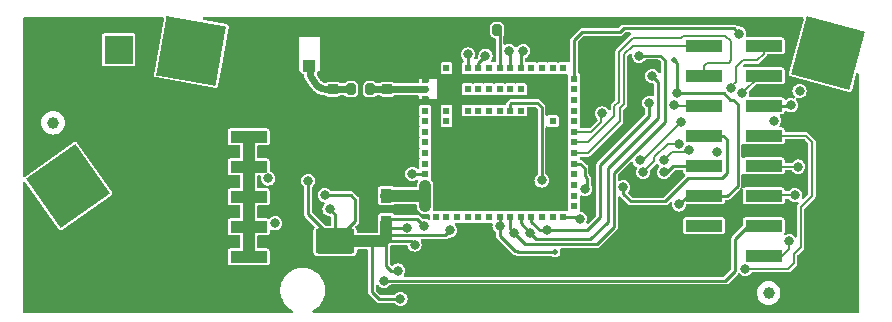
<source format=gbr>
%TF.GenerationSoftware,KiCad,Pcbnew,8.0.5*%
%TF.CreationDate,2024-10-18T11:15:47+01:00*%
%TF.ProjectId,LEXI-R422-Rev 3,4c455849-2d52-4343-9232-2d5265762033,rev?*%
%TF.SameCoordinates,Original*%
%TF.FileFunction,Copper,L4,Bot*%
%TF.FilePolarity,Positive*%
%FSLAX46Y46*%
G04 Gerber Fmt 4.6, Leading zero omitted, Abs format (unit mm)*
G04 Created by KiCad (PCBNEW 8.0.5) date 2024-10-18 11:15:47*
%MOMM*%
%LPD*%
G01*
G04 APERTURE LIST*
G04 Aperture macros list*
%AMRoundRect*
0 Rectangle with rounded corners*
0 $1 Rounding radius*
0 $2 $3 $4 $5 $6 $7 $8 $9 X,Y pos of 4 corners*
0 Add a 4 corners polygon primitive as box body*
4,1,4,$2,$3,$4,$5,$6,$7,$8,$9,$2,$3,0*
0 Add four circle primitives for the rounded corners*
1,1,$1+$1,$2,$3*
1,1,$1+$1,$4,$5*
1,1,$1+$1,$6,$7*
1,1,$1+$1,$8,$9*
0 Add four rect primitives between the rounded corners*
20,1,$1+$1,$2,$3,$4,$5,0*
20,1,$1+$1,$4,$5,$6,$7,0*
20,1,$1+$1,$6,$7,$8,$9,0*
20,1,$1+$1,$8,$9,$2,$3,0*%
%AMRotRect*
0 Rectangle, with rotation*
0 The origin of the aperture is its center*
0 $1 length*
0 $2 width*
0 $3 Rotation angle, in degrees counterclockwise*
0 Add horizontal line*
21,1,$1,$2,0,0,$3*%
G04 Aperture macros list end*
%TA.AperFunction,ComponentPad*%
%ADD10C,0.600000*%
%TD*%
%TA.AperFunction,SMDPad,CuDef*%
%ADD11R,0.900000X1.600000*%
%TD*%
%TA.AperFunction,ComponentPad*%
%ADD12R,2.400000X2.400000*%
%TD*%
%TA.AperFunction,ComponentPad*%
%ADD13C,2.400000*%
%TD*%
%TA.AperFunction,SMDPad,CuDef*%
%ADD14RoundRect,0.250001X1.399999X-0.837499X1.399999X0.837499X-1.399999X0.837499X-1.399999X-0.837499X0*%
%TD*%
%TA.AperFunction,SMDPad,CuDef*%
%ADD15R,1.000000X1.000000*%
%TD*%
%TA.AperFunction,SMDPad,CuDef*%
%ADD16R,1.050000X2.200000*%
%TD*%
%TA.AperFunction,SMDPad,CuDef*%
%ADD17R,3.150000X1.000000*%
%TD*%
%TA.AperFunction,SMDPad,CuDef*%
%ADD18R,0.600000X0.600000*%
%TD*%
%TA.AperFunction,SMDPad,CuDef*%
%ADD19RotRect,5.100000X5.100000X170.000000*%
%TD*%
%TA.AperFunction,SMDPad,CuDef*%
%ADD20C,1.000000*%
%TD*%
%TA.AperFunction,SMDPad,CuDef*%
%ADD21RoundRect,0.200000X-0.200000X-0.275000X0.200000X-0.275000X0.200000X0.275000X-0.200000X0.275000X0*%
%TD*%
%TA.AperFunction,SMDPad,CuDef*%
%ADD22R,0.950000X1.200000*%
%TD*%
%TA.AperFunction,SMDPad,CuDef*%
%ADD23RoundRect,0.225000X-0.250000X0.225000X-0.250000X-0.225000X0.250000X-0.225000X0.250000X0.225000X0*%
%TD*%
%TA.AperFunction,SMDPad,CuDef*%
%ADD24RotRect,5.100000X5.100000X165.000000*%
%TD*%
%TA.AperFunction,SMDPad,CuDef*%
%ADD25RotRect,5.100000X5.100000X125.000000*%
%TD*%
%TA.AperFunction,ViaPad*%
%ADD26C,0.600000*%
%TD*%
%TA.AperFunction,ViaPad*%
%ADD27C,0.400000*%
%TD*%
%TA.AperFunction,ViaPad*%
%ADD28C,0.500000*%
%TD*%
%TA.AperFunction,ViaPad*%
%ADD29C,0.800000*%
%TD*%
%TA.AperFunction,Conductor*%
%ADD30C,0.250000*%
%TD*%
%TA.AperFunction,Conductor*%
%ADD31C,1.000000*%
%TD*%
%TA.AperFunction,Conductor*%
%ADD32C,0.200000*%
%TD*%
%TA.AperFunction,Conductor*%
%ADD33C,0.625000*%
%TD*%
G04 APERTURE END LIST*
D10*
%TO.P,U1,9,PAD*%
%TO.N,GND*%
X26450000Y6650000D03*
D11*
X26450000Y6150000D03*
D10*
X26450000Y5650000D03*
%TD*%
D12*
%TO.P,BT1,1,+*%
%TO.N,/+3V6d*%
X11750000Y19500000D03*
D13*
%TO.P,BT1,2,-*%
%TO.N,GND*%
X11750000Y-1500000D03*
%TO.P,BT1,3,-*%
X15500000Y-1500000D03*
%TO.P,BT1,4,-*%
X8000000Y-1500000D03*
%TD*%
D14*
%TO.P,C5,1*%
%TO.N,/VBAT*%
X30060000Y3292500D03*
%TO.P,C5,2*%
%TO.N,GND*%
X30060000Y9667500D03*
%TD*%
D15*
%TO.P,J12,1,Pin_1*%
%TO.N,/RF_OUT1*%
X27875000Y18150000D03*
D16*
%TO.P,J12,2,Pin_2*%
%TO.N,GND*%
X29350000Y19650000D03*
D15*
X27875000Y21150000D03*
D16*
X26400000Y19650000D03*
%TD*%
D17*
%TO.P,J3,1,Pin_1*%
%TO.N,/uDTR*%
X66350000Y19840000D03*
%TO.P,J3,2,Pin_2*%
%TO.N,/uDCD*%
X66350000Y17300000D03*
%TO.P,J3,3,Pin_3*%
%TO.N,/PowerDown*%
X66350000Y14760000D03*
%TO.P,J3,4,Pin_4*%
%TO.N,/uPWRKEY*%
X66350000Y12220000D03*
%TO.P,J3,5,Pin_5*%
%TO.N,/TxD*%
X66350000Y9680000D03*
%TO.P,J3,6,Pin_6*%
%TO.N,/RxD*%
X66350000Y7140000D03*
%TO.P,J3,7,Pin_7*%
%TO.N,/Alim*%
X66350000Y4600000D03*
%TO.P,J3,8,Pin_8*%
%TO.N,/+3V3_UC*%
X66350000Y2060000D03*
%TO.P,J3,9,Pin_9*%
%TO.N,/D-*%
X61300000Y19840000D03*
%TO.P,J3,10,Pin_10*%
%TO.N,/D+*%
X61300000Y17300000D03*
%TO.P,J3,11,Pin_11*%
%TO.N,/Vbus*%
X61300000Y14760000D03*
%TO.P,J3,12,Pin_12*%
%TO.N,/U5V*%
X61300000Y12220000D03*
%TO.P,J3,13,Pin_13*%
%TO.N,/P99*%
X61300000Y9680000D03*
%TO.P,J3,14,Pin_14*%
%TO.N,/VDD_EXT*%
X61300000Y7140000D03*
%TO.P,J3,15,Pin_15*%
%TO.N,unconnected-(J3-Pin_15-Pad15)*%
X61300000Y4600000D03*
%TO.P,J3,16,Pin_16*%
%TO.N,GND*%
X61300000Y2060000D03*
%TD*%
D18*
%TO.P,M1,A2,GND*%
%TO.N,GND*%
X37700000Y17050000D03*
%TO.P,M1,A3,ANT*%
%TO.N,/RF_OUT*%
X37700000Y16150000D03*
%TO.P,M1,A4,GND*%
%TO.N,GND*%
X37700000Y15250000D03*
%TO.P,M1,A5,ANT_DET*%
%TO.N,unconnected-(M1A-ANT_DET-PadA5)*%
X37700000Y14350000D03*
%TO.P,M1,A6,RSVD*%
%TO.N,unconnected-(M1A-RSVD-PadA6)*%
X37700000Y13450000D03*
%TO.P,M1,A7,RSVD*%
%TO.N,unconnected-(M1A-RSVD-PadA7)*%
X37700000Y12550000D03*
%TO.P,M1,A8,RSVD*%
%TO.N,unconnected-(M1A-RSVD-PadA8)*%
X37700000Y11650000D03*
%TO.P,M1,A9,RFCTRL1*%
%TO.N,unconnected-(M1A-RFCTRL1-PadA9)*%
X37700000Y10750000D03*
%TO.P,M1,A10,RFCTRL2*%
%TO.N,unconnected-(M1A-RFCTRL2-PadA10)*%
X37700000Y9850000D03*
%TO.P,M1,A11,V_INT*%
%TO.N,/VDD_EXT*%
X37700000Y8950000D03*
%TO.P,M1,A12,VCC*%
%TO.N,/VBAT_F*%
X37700000Y8050000D03*
%TO.P,M1,A13,VCC*%
X37700000Y7150000D03*
%TO.P,M1,A14,VCC*%
X37700000Y6250000D03*
%TO.P,M1,B1,GND*%
%TO.N,GND*%
X38600000Y17950000D03*
%TO.P,M1,B15,RSVD*%
%TO.N,unconnected-(M1A-RSVD-PadB15)*%
X38600000Y5350000D03*
%TO.P,M1,C1,RSVD*%
%TO.N,unconnected-(M1A-RSVD-PadC1)*%
X39500000Y17950000D03*
%TO.P,M1,C3,GND*%
%TO.N,GND*%
X39500000Y16150000D03*
%TO.P,M1,C5,RSVD*%
%TO.N,unconnected-(M1B-RSVD-PadC5)*%
X39500000Y14350000D03*
%TO.P,M1,C6,RSVD*%
%TO.N,unconnected-(M1B-RSVD-PadC6)*%
X39500000Y13450000D03*
%TO.P,M1,C7,GND*%
%TO.N,GND*%
X39500000Y12550000D03*
%TO.P,M1,C8,GND*%
X39500000Y11650000D03*
%TO.P,M1,C9,GND*%
X39500000Y10750000D03*
%TO.P,M1,C10,GND*%
X39500000Y9850000D03*
%TO.P,M1,C11,GND*%
X39500000Y8950000D03*
%TO.P,M1,C13,GND*%
X39500000Y7150000D03*
%TO.P,M1,C15,RSVD*%
%TO.N,unconnected-(M1A-RSVD-PadC15)*%
X39500000Y5350000D03*
%TO.P,M1,D1,GND*%
%TO.N,GND*%
X40400000Y17950000D03*
%TO.P,M1,D15,RSVD*%
%TO.N,unconnected-(M1A-RSVD-PadD15)*%
X40400000Y5350000D03*
%TO.P,M1,E1,RXD*%
%TO.N,/RXD*%
X41300000Y17950000D03*
%TO.P,M1,E3,RSVD*%
%TO.N,unconnected-(M1B-RSVD-PadE3)*%
X41300000Y16150000D03*
%TO.P,M1,E5,RSVD*%
%TO.N,unconnected-(M1B-RSVD-PadE5)*%
X41300000Y14350000D03*
%TO.P,M1,E6,GND*%
%TO.N,GND*%
X41300000Y13450000D03*
%TO.P,M1,E7,GND*%
X41300000Y12550000D03*
%TO.P,M1,E8,GND*%
X41300000Y11650000D03*
%TO.P,M1,E9,GND*%
X41300000Y10750000D03*
%TO.P,M1,E10,GND*%
X41300000Y9850000D03*
%TO.P,M1,E11,GND*%
X41300000Y8950000D03*
%TO.P,M1,E13,GND*%
X41300000Y7150000D03*
%TO.P,M1,E15,RSVD*%
%TO.N,unconnected-(M1A-RSVD-PadE15)*%
X41300000Y5350000D03*
%TO.P,M1,F1,TXD*%
%TO.N,/TXD*%
X42200000Y17950000D03*
%TO.P,M1,F3,RSVD*%
%TO.N,unconnected-(M1B-RSVD-PadF3)*%
X42200000Y16150000D03*
%TO.P,M1,F5,RSVD*%
%TO.N,unconnected-(M1B-RSVD-PadF5)*%
X42200000Y14350000D03*
%TO.P,M1,F6,GND*%
%TO.N,GND*%
X42200000Y13450000D03*
%TO.P,M1,F7,GND*%
X42200000Y12550000D03*
%TO.P,M1,F8,GND*%
X42200000Y11650000D03*
%TO.P,M1,F9,GND*%
X42200000Y10750000D03*
%TO.P,M1,F10,GND*%
X42200000Y9850000D03*
%TO.P,M1,F11,GND*%
X42200000Y8950000D03*
%TO.P,M1,F13,GND*%
X42200000Y7150000D03*
%TO.P,M1,F15,RSVD*%
%TO.N,unconnected-(M1A-RSVD-PadF15)*%
X42200000Y5350000D03*
%TO.P,M1,G1,CTS*%
%TO.N,unconnected-(M1A-CTS-PadG1)*%
X43100000Y17950000D03*
%TO.P,M1,G3,RSVD*%
%TO.N,unconnected-(M1B-RSVD-PadG3)*%
X43100000Y16150000D03*
%TO.P,M1,G5,RSVD*%
%TO.N,unconnected-(M1B-RSVD-PadG5)*%
X43100000Y14350000D03*
%TO.P,M1,G6,GND*%
%TO.N,GND*%
X43100000Y13450000D03*
%TO.P,M1,G7,GND*%
X43100000Y12550000D03*
%TO.P,M1,G8,GND*%
X43100000Y11650000D03*
%TO.P,M1,G9,GND*%
X43100000Y10750000D03*
%TO.P,M1,G10,GND*%
X43100000Y9850000D03*
%TO.P,M1,G11,GND*%
X43100000Y8950000D03*
%TO.P,M1,G13,GND*%
X43100000Y7150000D03*
%TO.P,M1,G15,RSVD*%
%TO.N,unconnected-(M1A-RSVD-PadG15)*%
X43100000Y5350000D03*
%TO.P,M1,H1,RTS*%
%TO.N,Net-(M1A-RTS)*%
X44000000Y17950000D03*
%TO.P,M1,H3,RSVD*%
%TO.N,unconnected-(M1B-RSVD-PadH3)*%
X44000000Y16150000D03*
%TO.P,M1,H5,RSVD*%
%TO.N,unconnected-(M1B-RSVD-PadH5)*%
X44000000Y14350000D03*
%TO.P,M1,H6,GND*%
%TO.N,GND*%
X44000000Y13450000D03*
%TO.P,M1,H7,GND*%
X44000000Y12550000D03*
%TO.P,M1,H8,GND*%
X44000000Y11650000D03*
%TO.P,M1,H9,GND*%
X44000000Y10750000D03*
%TO.P,M1,H10,GND*%
X44000000Y9850000D03*
%TO.P,M1,H11,GND*%
X44000000Y8950000D03*
%TO.P,M1,H13,GND*%
X44000000Y7150000D03*
%TO.P,M1,H15,VSIM*%
%TO.N,/uVDD*%
X44000000Y5350000D03*
%TO.P,M1,J1,DCD*%
%TO.N,/DCD*%
X44900000Y17950000D03*
%TO.P,M1,J3,RSVD*%
%TO.N,unconnected-(M1B-RSVD-PadJ3)*%
X44900000Y16150000D03*
%TO.P,M1,J5,RSVD*%
%TO.N,/P99*%
X44900000Y14350000D03*
%TO.P,M1,J6,GND*%
%TO.N,GND*%
X44900000Y13450000D03*
%TO.P,M1,J7,GND*%
X44900000Y12550000D03*
%TO.P,M1,J8,GND*%
X44900000Y11650000D03*
%TO.P,M1,J9,GND*%
X44900000Y10750000D03*
%TO.P,M1,J10,GND*%
X44900000Y9850000D03*
%TO.P,M1,J11,GND*%
X44900000Y8950000D03*
%TO.P,M1,J13,GND*%
X44900000Y7150000D03*
%TO.P,M1,J15,SIM_IO*%
%TO.N,/uData*%
X44900000Y5350000D03*
%TO.P,M1,K1,DTR*%
%TO.N,/DTR*%
X45800000Y17950000D03*
%TO.P,M1,K3,RSVD*%
%TO.N,unconnected-(M1B-RSVD-PadK3)*%
X45800000Y16150000D03*
%TO.P,M1,K5,RSVD*%
%TO.N,unconnected-(M1B-RSVD-PadK5)*%
X45800000Y14350000D03*
%TO.P,M1,K6,GND*%
%TO.N,GND*%
X45800000Y13450000D03*
%TO.P,M1,K7,GND*%
X45800000Y12550000D03*
%TO.P,M1,K8,GND*%
X45800000Y11650000D03*
%TO.P,M1,K9,GND*%
X45800000Y10750000D03*
%TO.P,M1,K10,GND*%
X45800000Y9850000D03*
%TO.P,M1,K11,GND*%
X45800000Y8950000D03*
%TO.P,M1,K13,GND*%
X45800000Y7150000D03*
%TO.P,M1,K15,SIM_CLK*%
%TO.N,/uCLK*%
X45800000Y5350000D03*
%TO.P,M1,L1,RI*%
%TO.N,unconnected-(M1A-RI-PadL1)*%
X46700000Y17950000D03*
%TO.P,M1,L3,GND*%
%TO.N,GND*%
X46700000Y16150000D03*
%TO.P,M1,L5,GND*%
X46700000Y14350000D03*
%TO.P,M1,L6,GND*%
X46700000Y13450000D03*
%TO.P,M1,L7,GND*%
X46700000Y12550000D03*
%TO.P,M1,L8,GND*%
X46700000Y11650000D03*
%TO.P,M1,L9,GND*%
X46700000Y10750000D03*
%TO.P,M1,L10,GND*%
X46700000Y9850000D03*
%TO.P,M1,L11,GND*%
X46700000Y8950000D03*
%TO.P,M1,L13,GND*%
X46700000Y7150000D03*
%TO.P,M1,L15,SIM_RST*%
%TO.N,/uRST*%
X46700000Y5350000D03*
%TO.P,M1,M1,DSR*%
%TO.N,unconnected-(M1A-DSR-PadM1)*%
X47600000Y17950000D03*
%TO.P,M1,M15,GPIO6*%
%TO.N,unconnected-(M1A-GPIO6-PadM15)*%
X47600000Y5350000D03*
%TO.P,M1,N1,SCL*%
%TO.N,unconnected-(M1A-SCL-PadN1)*%
X48500000Y17950000D03*
%TO.P,M1,N3,GND*%
%TO.N,GND*%
X48500000Y16150000D03*
%TO.P,M1,N5,GND*%
X48500000Y14350000D03*
%TO.P,M1,N6*%
%TO.N,N/C*%
X48500000Y13450000D03*
%TO.P,M1,N7,GND*%
%TO.N,GND*%
X48500000Y12550000D03*
%TO.P,M1,N8,GND*%
X48500000Y11650000D03*
%TO.P,M1,N9,GND*%
X48500000Y10750000D03*
%TO.P,M1,N10,GND*%
X48500000Y9850000D03*
%TO.P,M1,N11,GND*%
X48500000Y8950000D03*
%TO.P,M1,N13,GND*%
X48500000Y7150000D03*
%TO.P,M1,N15,RSVD*%
%TO.N,unconnected-(M1A-RSVD-PadN15)*%
X48500000Y5350000D03*
%TO.P,M1,P1,SDA*%
%TO.N,unconnected-(M1A-SDA-PadP1)*%
X49400000Y17950000D03*
%TO.P,M1,P15,PWR_CTRL*%
%TO.N,/PWRKEY*%
X49400000Y5350000D03*
%TO.P,M1,R2,GPIO1*%
%TO.N,/Network*%
X50300000Y17050000D03*
%TO.P,M1,R3,GPIO2*%
%TO.N,unconnected-(M1A-GPIO2-PadR3)*%
X50300000Y16150000D03*
%TO.P,M1,R4,GPIO3*%
%TO.N,unconnected-(M1A-GPIO3-PadR4)*%
X50300000Y15250000D03*
%TO.P,M1,R5,GPIO4*%
%TO.N,unconnected-(M1A-GPIO4-PadR5)*%
X50300000Y14350000D03*
%TO.P,M1,R6,GPIO5*%
%TO.N,unconnected-(M1A-GPIO5-PadR6)*%
X50300000Y13450000D03*
%TO.P,M1,R7,USB_3V3*%
%TO.N,/Vbus*%
X50300000Y12550000D03*
%TO.P,M1,R8,USB_D-*%
%TO.N,/D+*%
X50300000Y11650000D03*
%TO.P,M1,R9,USB_D+*%
%TO.N,/D-*%
X50300000Y10750000D03*
%TO.P,M1,R10,USB_5V0*%
%TO.N,/U5V*%
X50300000Y9850000D03*
%TO.P,M1,R11,RSVD*%
%TO.N,unconnected-(M1A-RSVD-PadR11)*%
X50300000Y8950000D03*
%TO.P,M1,R12,RSVD*%
%TO.N,unconnected-(M1A-RSVD-PadR12)*%
X50300000Y8050000D03*
%TO.P,M1,R13,RSVD*%
%TO.N,unconnected-(M1A-RSVD-PadR13)*%
X50300000Y7150000D03*
%TO.P,M1,R14,RSVD*%
%TO.N,unconnected-(M1A-RSVD-PadR14)*%
X50300000Y6250000D03*
%TD*%
D19*
%TO.P,J5,1,Pin_1*%
%TO.N,unconnected-(J5-Pin_1-Pad1)*%
X17897600Y19431000D03*
%TD*%
D20*
%TO.P,FID2,*%
%TO.N,*%
X66776600Y-1092200D03*
%TD*%
D21*
%TO.P,R4,1*%
%TO.N,/RF_OUT1*%
X31400000Y16150000D03*
%TO.P,R4,2*%
%TO.N,/RF_OUT*%
X33050000Y16150000D03*
%TD*%
%TO.P,R1,1*%
%TO.N,GND*%
X42150000Y21200000D03*
%TO.P,R1,2*%
%TO.N,Net-(M1A-RTS)*%
X43800000Y21200000D03*
%TD*%
D22*
%TO.P,FB1,1*%
%TO.N,/VBAT_F*%
X34400000Y7150000D03*
%TO.P,FB1,2*%
%TO.N,/VBAT*%
X34400000Y4850000D03*
%TD*%
D17*
%TO.P,J2,1,Pin_1*%
%TO.N,GND*%
X17700000Y1970000D03*
%TO.P,J2,2,Pin_2*%
X17700000Y4510000D03*
%TO.P,J2,3,Pin_3*%
X17700000Y7050000D03*
%TO.P,J2,4,Pin_4*%
X17700000Y9590000D03*
%TO.P,J2,5,Pin_5*%
X17700000Y12130000D03*
%TO.P,J2,6,Pin_6*%
%TO.N,/+3V6d*%
X22750000Y1970000D03*
%TO.P,J2,7,Pin_7*%
X22750000Y4510000D03*
%TO.P,J2,8,Pin_8*%
X22750000Y7050000D03*
%TO.P,J2,9,Pin_9*%
X22750000Y9590000D03*
%TO.P,J2,10,Pin_10*%
X22750000Y12130000D03*
%TD*%
D23*
%TO.P,C13,1*%
%TO.N,/RF_OUT1*%
X29875000Y16150000D03*
%TO.P,C13,2*%
%TO.N,GND*%
X29875000Y14600000D03*
%TD*%
D24*
%TO.P,J6,1,Pin_1*%
%TO.N,unconnected-(J6-Pin_1-Pad1)*%
X71805800Y19227800D03*
%TD*%
D25*
%TO.P,J4,1,Pin_1*%
%TO.N,unconnected-(J4-Pin_1-Pad1)*%
X7467600Y7950200D03*
%TD*%
D20*
%TO.P,FID3,*%
%TO.N,*%
X6197600Y13309600D03*
%TD*%
D23*
%TO.P,C14,1*%
%TO.N,/RF_OUT*%
X34500000Y16150000D03*
%TO.P,C14,2*%
%TO.N,GND*%
X34500000Y14600000D03*
%TD*%
D26*
%TO.N,GND*%
X70993000Y-993657D03*
X17653000Y-993657D03*
X51943000Y18056343D03*
X18923000Y276343D03*
X53213000Y-993657D03*
X4953000Y4086343D03*
X22733000Y276343D03*
X72263000Y14246343D03*
X13843000Y14246343D03*
X41783000Y2816343D03*
X73533000Y276343D03*
X11303000Y10436343D03*
X73533000Y2816343D03*
X11303000Y9166343D03*
X12573000Y10436343D03*
X31623000Y-993657D03*
X73533000Y12976343D03*
X29083000Y12976343D03*
X31623000Y20596343D03*
X68453000Y-993657D03*
X25273000Y10436343D03*
X8763000Y19326343D03*
X70993000Y1546343D03*
D27*
X35400000Y15200000D03*
X32400000Y15000000D03*
D26*
X13843000Y11706343D03*
X7493000Y1546343D03*
X73533000Y4086343D03*
X10033000Y11706343D03*
X18923000Y14246343D03*
X21463000Y14246343D03*
X7493000Y18056343D03*
X10033000Y14246343D03*
X22733000Y16786343D03*
X6223000Y11706343D03*
X37973000Y20596343D03*
X6223000Y18056343D03*
X13843000Y4086343D03*
D27*
X57000000Y18400000D03*
D26*
X72263000Y1546343D03*
X39243000Y19326343D03*
X32893000Y11706343D03*
X73533000Y1546343D03*
X24003000Y14246343D03*
X4953000Y-993657D03*
X15113000Y9166343D03*
X13843000Y16786343D03*
X30353000Y12976343D03*
X20193000Y6626343D03*
D27*
X27130000Y16960000D03*
D26*
X50673000Y1546343D03*
X51943000Y16786343D03*
X24003000Y-993657D03*
X6223000Y15516343D03*
X22733000Y14246343D03*
X18923000Y-993657D03*
X22733000Y18056343D03*
X15113000Y11706343D03*
X12573000Y5356343D03*
D27*
X30590000Y17150000D03*
D26*
X34163000Y11706343D03*
X25273000Y276343D03*
X6223000Y276343D03*
X51943000Y-993657D03*
X6223000Y20596343D03*
X54483000Y-993657D03*
X51943000Y19326343D03*
X41783000Y4086343D03*
D27*
X31800000Y15000000D03*
D26*
X58293000Y-993657D03*
X20193000Y11706343D03*
X72263000Y276343D03*
X72263000Y6626343D03*
X11303000Y11706343D03*
X20193000Y2816343D03*
X15113000Y4086343D03*
X11303000Y5356343D03*
D27*
X32400000Y17200000D03*
D26*
X22733000Y-993657D03*
X73533000Y14246343D03*
X73533000Y-993657D03*
X20193000Y5356343D03*
X25273000Y15516343D03*
X26543000Y12976343D03*
X8763000Y1546343D03*
X30353000Y-993657D03*
X20193000Y7896343D03*
X13843000Y2816343D03*
X57023000Y-993657D03*
X72263000Y2816343D03*
X21463000Y19326343D03*
X13843000Y18056343D03*
X24003000Y16786343D03*
X16383000Y15516343D03*
X15113000Y1546343D03*
X7493000Y19326343D03*
X10033000Y276343D03*
X18923000Y15516343D03*
X4953000Y16786343D03*
X49403000Y1546343D03*
X73533000Y11706343D03*
X11303000Y4086343D03*
X21463000Y16786343D03*
D27*
X33000000Y15000000D03*
D28*
X51400000Y10200000D03*
D26*
X7493000Y15516343D03*
X59563000Y-993657D03*
X12573000Y11706343D03*
X26543000Y11706343D03*
X58293000Y5356343D03*
X50673000Y-993657D03*
X57023000Y1546343D03*
X21463000Y276343D03*
X55753000Y1546343D03*
X72263000Y12976343D03*
D27*
X28920000Y17470000D03*
D26*
X56300000Y7300000D03*
X17653000Y14246343D03*
X21463000Y18056343D03*
X63373000Y-993657D03*
X15113000Y5356343D03*
X12573000Y4086343D03*
X32893000Y10436343D03*
X10033000Y16786343D03*
X32893000Y20596343D03*
X20193000Y4086343D03*
X10033000Y15516343D03*
X8763000Y15516343D03*
X34163000Y20596343D03*
X12573000Y2816343D03*
X13843000Y19326343D03*
X24003000Y18056343D03*
X25273000Y12976343D03*
X35433000Y19326343D03*
X21463000Y15516343D03*
X12573000Y1546343D03*
X13843000Y5356343D03*
X13843000Y9166343D03*
X24003000Y276343D03*
X55753000Y5356343D03*
X24003000Y19326343D03*
X27813000Y11706343D03*
X68453000Y276343D03*
X31623000Y12976343D03*
X32893000Y19326343D03*
X13843000Y15516343D03*
X4953000Y18056343D03*
D27*
X29990000Y17120000D03*
D26*
X7493000Y20596343D03*
D27*
X26840000Y17480000D03*
X36000000Y15200000D03*
D26*
X41783000Y1546343D03*
D27*
X28220000Y15600000D03*
D26*
X72263000Y9166343D03*
X8763000Y12976343D03*
X13843000Y6626343D03*
X15113000Y14246343D03*
D29*
X22707600Y21285200D03*
D26*
X15113000Y15516343D03*
X20193000Y276343D03*
X20193000Y1546343D03*
X70993000Y276343D03*
D27*
X31200000Y15000000D03*
D26*
X36703000Y20596343D03*
X34163000Y19326343D03*
D27*
X29340000Y17120000D03*
D26*
X69723000Y276343D03*
X64643000Y-993657D03*
X58293000Y1546343D03*
X29083000Y11706343D03*
X27813000Y12976343D03*
X11303000Y2816343D03*
X7493000Y16786343D03*
X4953000Y15516343D03*
X15113000Y12976343D03*
X34163000Y12976343D03*
X30353000Y11706343D03*
X73533000Y10436343D03*
X39243000Y20596343D03*
X35433000Y20596343D03*
X73533000Y7896343D03*
X48133000Y19326343D03*
X73533000Y6626343D03*
X4953000Y11706343D03*
X26543000Y10436343D03*
X25273000Y11706343D03*
X4953000Y276343D03*
X12573000Y16786343D03*
X20193000Y12976343D03*
X36703000Y19326343D03*
X16383000Y14246343D03*
X4953000Y20596343D03*
X8763000Y16786343D03*
X60833000Y-993657D03*
X8763000Y2816343D03*
X12573000Y7896343D03*
X26543000Y14246343D03*
X15113000Y2816343D03*
X25273000Y1546343D03*
X35433000Y12976343D03*
X72263000Y11706343D03*
X7493000Y14246343D03*
X4953000Y19326343D03*
X11303000Y12976343D03*
D27*
X31800000Y17200000D03*
D26*
X10033000Y12976343D03*
X17653000Y15516343D03*
X41783000Y-993657D03*
X32893000Y12976343D03*
X73533000Y9166343D03*
D27*
X31200000Y17200000D03*
D26*
X20193000Y9166343D03*
X10033000Y1546343D03*
X4953000Y1546343D03*
X6223000Y16786343D03*
X15113000Y6626343D03*
D27*
X28740000Y15350000D03*
D26*
X15113000Y10436343D03*
X13843000Y276343D03*
X20193000Y-993657D03*
X24003000Y15516343D03*
X10033000Y4086343D03*
X12573000Y14246343D03*
X22733000Y19326343D03*
X8763000Y4086343D03*
X55753000Y-993657D03*
X11303000Y14246343D03*
X72263000Y7896343D03*
X10033000Y2816343D03*
X20193000Y15516343D03*
X8763000Y20596343D03*
D27*
X34800000Y17200000D03*
D26*
X11303000Y15516343D03*
X25273000Y16786343D03*
D27*
X36600000Y17000000D03*
X36000000Y17000000D03*
D26*
X20193000Y10436343D03*
X34163000Y9166343D03*
X40513000Y1546343D03*
X31623000Y19326343D03*
D27*
X67800000Y10600000D03*
D26*
X8763000Y18056343D03*
D27*
X33000000Y17200000D03*
D26*
X73533000Y5356343D03*
X13843000Y20596343D03*
D27*
X33600000Y15000000D03*
D26*
X72263000Y-993657D03*
X72263000Y4086343D03*
D27*
X27350000Y16440000D03*
X35400000Y17000000D03*
X27740000Y15970000D03*
D26*
X49403000Y-993657D03*
X11303000Y16786343D03*
X72263000Y10436343D03*
X12573000Y9166343D03*
X12573000Y12976343D03*
X13843000Y12976343D03*
X6223000Y19326343D03*
D27*
X33600000Y17200000D03*
D26*
X69723000Y1546343D03*
X13843000Y10436343D03*
D27*
X34200000Y17200000D03*
D26*
X12573000Y6626343D03*
X31623000Y11706343D03*
X69723000Y-993657D03*
X34163000Y10436343D03*
X15113000Y7896343D03*
X21463000Y-993657D03*
X17653000Y276343D03*
X20193000Y14246343D03*
X25273000Y14246343D03*
X37973000Y19326343D03*
X62103000Y-993657D03*
D27*
X36600000Y15200000D03*
X56800000Y16200000D03*
D26*
X22733000Y15516343D03*
X12573000Y15516343D03*
X13843000Y1546343D03*
X13843000Y7896343D03*
X48133000Y20596343D03*
X35433000Y11706343D03*
X11303000Y1546343D03*
X8763000Y14246343D03*
D29*
%TO.N,/uRST*%
X56675000Y15000000D03*
X48000000Y4200000D03*
%TO.N,/uCLK*%
X46600000Y4000000D03*
X56920000Y17280000D03*
%TO.N,/uData*%
X45200000Y4000000D03*
X55800000Y19000000D03*
D28*
%TO.N,/uVDD*%
X48700000Y2400000D03*
D29*
X44000000Y4600000D03*
%TO.N,/VBAT*%
X29200000Y7200000D03*
X36200000Y4400000D03*
X39800000Y4200000D03*
X35400000Y800000D03*
X37600000Y4600000D03*
X35600000Y-1600000D03*
X36800000Y3000000D03*
X29600000Y6000000D03*
X27800000Y8400000D03*
%TO.N,/uPWRKEY*%
X64800000Y959998D03*
%TO.N,/uDTR*%
X63616429Y16235000D03*
%TO.N,/TxD*%
X69275000Y9600000D03*
%TO.N,/RxD*%
X69000000Y7200000D03*
%TO.N,/uDCD*%
X64532815Y15808952D03*
%TO.N,/RXD*%
X59148889Y11524985D03*
X41300000Y19100000D03*
X56152123Y9135421D03*
%TO.N,/TXD*%
X60000000Y11000000D03*
X57900000Y10150000D03*
X42800000Y19000000D03*
%TO.N,/VDD_EXT*%
X59200000Y6400000D03*
X36600000Y9000000D03*
X59000000Y15800000D03*
D28*
X58800000Y18600000D03*
D29*
%TO.N,/DTR*%
X46000000Y19400000D03*
X55850000Y10124985D03*
X59400000Y13400000D03*
%TO.N,/DCD*%
X44800000Y19400000D03*
%TO.N,/PWRKEY*%
X50800000Y5200000D03*
%TO.N,/Alim*%
X34200000Y-50000D03*
%TO.N,/+3V6d*%
X22750000Y8400000D03*
X69400000Y16000000D03*
X22750000Y5800000D03*
X24400000Y8600000D03*
X25000000Y4800000D03*
X22750000Y11000000D03*
X22750000Y3000000D03*
%TO.N,/+3V3_UC*%
X68500000Y3275000D03*
X67250000Y13500000D03*
X62400000Y10800000D03*
%TO.N,/Vbus*%
X58725000Y14838555D03*
X52675000Y14100000D03*
%TO.N,/U5V*%
X54450000Y7850000D03*
X51250000Y7700000D03*
%TO.N,/P99*%
X57900001Y9125000D03*
X47557087Y8427165D03*
%TO.N,/Network*%
X64246154Y20869231D03*
%TO.N,/PowerDown*%
X68660000Y14790000D03*
%TD*%
D30*
%TO.N,/uRST*%
X48000000Y4200000D02*
X51400000Y4200000D01*
X51400000Y4200000D02*
X52525000Y5325000D01*
X47425305Y4200000D02*
X48000000Y4200000D01*
X46700000Y5350000D02*
X46700000Y4925305D01*
X56675000Y13925000D02*
X56675000Y15000000D01*
X52525000Y5325000D02*
X52525000Y9775000D01*
X46700000Y4925305D02*
X47425305Y4200000D01*
X52525000Y9775000D02*
X56675000Y13925000D01*
%TO.N,/uCLK*%
X53150000Y4950000D02*
X51675000Y3475000D01*
X56920000Y17280000D02*
X57400000Y16800000D01*
X45800000Y4800000D02*
X46600000Y4000000D01*
X51675000Y3475000D02*
X47125000Y3475000D01*
X53150000Y9500000D02*
X53150000Y4950000D01*
X47125000Y3475000D02*
X46600000Y4000000D01*
X45800000Y5350000D02*
X45800000Y4800000D01*
X57400000Y13750000D02*
X53150000Y9500000D01*
X57400000Y16800000D02*
X57400000Y13750000D01*
%TO.N,/uData*%
X58000000Y13400000D02*
X53700000Y9100000D01*
X53700000Y4500000D02*
X52225000Y3025000D01*
X55800000Y19000000D02*
X57600000Y19000000D01*
X53700000Y9100000D02*
X53700000Y4500000D01*
X57600000Y19000000D02*
X58000000Y18600000D01*
X58000000Y18600000D02*
X58000000Y13400000D01*
X44900000Y5350000D02*
X44900000Y4300000D01*
X46175000Y3025000D02*
X45200000Y4000000D01*
X52225000Y3025000D02*
X46175000Y3025000D01*
X44900000Y4300000D02*
X45200000Y4000000D01*
%TO.N,/uVDD*%
X45550000Y2400000D02*
X48700000Y2400000D01*
X44000000Y3750000D02*
X45300000Y2450000D01*
X44000000Y5350000D02*
X44000000Y4600000D01*
X45300000Y2450000D02*
X45500000Y2450000D01*
X45500000Y2450000D02*
X45550000Y2400000D01*
X44000000Y4600000D02*
X44000000Y3750000D01*
%TO.N,/VBAT*%
X29200000Y7200000D02*
X31400000Y7200000D01*
X31400000Y7200000D02*
X31800000Y6800000D01*
X36200000Y4400000D02*
X34850000Y4400000D01*
X33400000Y3292500D02*
X36507500Y3292500D01*
D31*
X33400000Y3292500D02*
X30060000Y3292500D01*
D30*
X31800000Y5032500D02*
X30060000Y3292500D01*
X35600000Y-1600000D02*
X33800000Y-1600000D01*
X34400000Y1200000D02*
X34400000Y3600000D01*
X33200000Y3092500D02*
X33400000Y3292500D01*
D31*
X34400000Y4200000D02*
X34400000Y3600000D01*
D30*
X39400000Y3800000D02*
X34600000Y3800000D01*
X27800000Y8400000D02*
X27800000Y5552500D01*
X37000000Y5200000D02*
X34750000Y5200000D01*
X33200000Y-1000000D02*
X33200000Y3092500D01*
X33800000Y-1600000D02*
X33200000Y-1000000D01*
D31*
X34400000Y4850000D02*
X34400000Y4200000D01*
D30*
X39800000Y4200000D02*
X39400000Y3800000D01*
X36000000Y4200000D02*
X36200000Y4400000D01*
X34600000Y3800000D02*
X34400000Y3600000D01*
X34850000Y4400000D02*
X34400000Y4850000D01*
X36507500Y3292500D02*
X36800000Y3000000D01*
X30060000Y5540000D02*
X30060000Y3292500D01*
X27800000Y5552500D02*
X30060000Y3292500D01*
X29600000Y6000000D02*
X30060000Y5540000D01*
D31*
X34400000Y3600000D02*
X34092500Y3292500D01*
D30*
X37600000Y4600000D02*
X37000000Y5200000D01*
X35400000Y800000D02*
X34800000Y800000D01*
X31800000Y6800000D02*
X31800000Y5032500D01*
D31*
X34092500Y3292500D02*
X33400000Y3292500D01*
D30*
X34800000Y800000D02*
X34400000Y1200000D01*
X34750000Y5200000D02*
X34400000Y4850000D01*
D32*
%TO.N,/uPWRKEY*%
X68396343Y946343D02*
X68900000Y1450000D01*
X69500000Y6200000D02*
X70450000Y7150000D01*
X69930000Y12220000D02*
X66350000Y12220000D01*
X69500000Y2800000D02*
X69500000Y6200000D01*
X64813655Y946343D02*
X68396343Y946343D01*
X68900000Y1450000D02*
X68900000Y2200000D01*
X70450000Y7150000D02*
X70450000Y11700000D01*
X70450000Y11700000D02*
X69930000Y12220000D01*
X64800000Y959998D02*
X64813655Y946343D01*
X68900000Y2200000D02*
X69500000Y2800000D01*
%TO.N,/uDTR*%
X64000000Y18000000D02*
X64600000Y18600000D01*
X63616429Y16235000D02*
X63616429Y16416429D01*
X65800000Y18600000D02*
X66350000Y19150000D01*
X64600000Y18600000D02*
X65800000Y18600000D01*
X63616429Y16416429D02*
X64000000Y16800000D01*
X64000000Y16800000D02*
X64000000Y18000000D01*
X66350000Y19150000D02*
X66350000Y19840000D01*
%TO.N,/TxD*%
X66430000Y9600000D02*
X66350000Y9680000D01*
X69275000Y9600000D02*
X66430000Y9600000D01*
%TO.N,/RxD*%
X69000000Y7200000D02*
X66410000Y7200000D01*
X66410000Y7200000D02*
X66350000Y7140000D01*
%TO.N,/uDCD*%
X64532815Y15808952D02*
X66023863Y17300000D01*
X66023863Y17300000D02*
X66350000Y17300000D01*
D33*
%TO.N,/RF_OUT*%
X34500000Y16150000D02*
X33050000Y16150000D01*
X34500000Y16150000D02*
X37700000Y16150000D01*
D32*
%TO.N,/RXD*%
X58224985Y11524985D02*
X59148889Y11524985D01*
D30*
X41300000Y17950000D02*
X41300000Y19100000D01*
D32*
X56150000Y9150000D02*
X57100000Y10100000D01*
X57100000Y10400000D02*
X58224985Y11524985D01*
X56152123Y9147877D02*
X56150000Y9150000D01*
X56152123Y9135421D02*
X56152123Y9147877D01*
X57100000Y10100000D02*
X57100000Y10400000D01*
%TO.N,/TXD*%
X59824985Y10824985D02*
X58574985Y10824985D01*
X60000000Y11000000D02*
X59824985Y10824985D01*
D30*
X42200000Y18400000D02*
X42800000Y19000000D01*
X42200000Y17950000D02*
X42200000Y18400000D01*
D32*
X58574985Y10824985D02*
X57900000Y10150000D01*
D30*
%TO.N,/VDD_EXT*%
X63290000Y7140000D02*
X64150000Y8000000D01*
X64150000Y14900000D02*
X63800000Y15250000D01*
X63535000Y15250000D02*
X62985000Y15800000D01*
X64150000Y8000000D02*
X64150000Y14900000D01*
X63800000Y15250000D02*
X63535000Y15250000D01*
X59000000Y18400000D02*
X58800000Y18600000D01*
X59940000Y7140000D02*
X61300000Y7140000D01*
X61300000Y7140000D02*
X63290000Y7140000D01*
X36650000Y8950000D02*
X36600000Y9000000D01*
X62985000Y15800000D02*
X59000000Y15800000D01*
X59000000Y15800000D02*
X59000000Y18400000D01*
X59200000Y6400000D02*
X59940000Y7140000D01*
X37700000Y8950000D02*
X36650000Y8950000D01*
D32*
%TO.N,/DTR*%
X55850000Y10124985D02*
X56124985Y10124985D01*
D30*
X45800000Y17950000D02*
X45800000Y19200000D01*
D32*
X56124985Y10124985D02*
X59400000Y13400000D01*
D30*
X45800000Y19200000D02*
X46000000Y19400000D01*
%TO.N,/DCD*%
X44900000Y19300000D02*
X44800000Y19400000D01*
X44900000Y17950000D02*
X44900000Y19300000D01*
%TO.N,/PWRKEY*%
X49400000Y5350000D02*
X50650000Y5350000D01*
X50650000Y5350000D02*
X50800000Y5200000D01*
%TO.N,/Alim*%
X34200000Y-50000D02*
X63125000Y-50000D01*
X63900000Y725000D02*
X63900000Y3450000D01*
X63900000Y3450000D02*
X65050000Y4600000D01*
X65050000Y4600000D02*
X66350000Y4600000D01*
X63125000Y-50000D02*
X63900000Y725000D01*
D31*
%TO.N,/+3V6d*%
X22750000Y11000000D02*
X22750000Y12130000D01*
X22750000Y2005000D02*
X22750000Y3000000D01*
X22750000Y5800000D02*
X22750000Y8400000D01*
X22750000Y8400000D02*
X22750000Y11000000D01*
X22750000Y3000000D02*
X22750000Y5800000D01*
D32*
%TO.N,/+3V3_UC*%
X68500000Y2650000D02*
X68500000Y3275000D01*
X66350000Y2060000D02*
X67910000Y2060000D01*
X67910000Y2060000D02*
X68500000Y2650000D01*
D33*
%TO.N,/RF_OUT1*%
X28460787Y16564213D02*
X28582107Y16442893D01*
X27875000Y18150000D02*
X27875000Y17978427D01*
X30400000Y16150000D02*
X29875000Y16150000D01*
X29289214Y16150000D02*
X29875000Y16150000D01*
X31400000Y16150000D02*
X30400000Y16150000D01*
X27875000Y17978427D02*
G75*
G03*
X28460773Y16564199I2000000J-27D01*
G01*
X29289214Y16150000D02*
G75*
G02*
X28582100Y16442886I-14J1000000D01*
G01*
D32*
%TO.N,/D+*%
X63600000Y18600000D02*
X63400000Y18400000D01*
X59350000Y20500000D02*
X59550000Y20700000D01*
X63115000Y20700000D02*
X63600000Y20215000D01*
X61600000Y18400000D02*
X61300000Y18100000D01*
X63600000Y20215000D02*
X63600000Y18600000D01*
X54075000Y15112409D02*
X54075000Y19293200D01*
X53725020Y14762429D02*
X54075000Y15112409D01*
X50300000Y11650000D02*
X51525020Y11650000D01*
X63400000Y18400000D02*
X61600000Y18400000D01*
X59550000Y20700000D02*
X63115000Y20700000D01*
X53725020Y13850000D02*
X53725020Y14762429D01*
X51525020Y11650000D02*
X53725020Y13850000D01*
X55281800Y20500000D02*
X59350000Y20500000D01*
X61300000Y18100000D02*
X61300000Y17300000D01*
X54075000Y19293200D02*
X55281800Y20500000D01*
%TO.N,/D-*%
X50300000Y10750000D02*
X51475000Y10750000D01*
X54175000Y13450000D02*
X54175000Y14576040D01*
X51475000Y10750000D02*
X54175000Y13450000D01*
X55260000Y19840000D02*
X61300000Y19840000D01*
X54525000Y19106800D02*
X55259100Y19840900D01*
X54525000Y14926040D02*
X54525000Y19106800D01*
X55259100Y19840900D02*
X55260000Y19840000D01*
X54175000Y14576040D02*
X54525000Y14926040D01*
%TO.N,/Vbus*%
X52600000Y14025000D02*
X52675000Y14100000D01*
X51750000Y12550000D02*
X52600000Y13400000D01*
X50300000Y12550000D02*
X51750000Y12550000D01*
X52600000Y13400000D02*
X52600000Y14025000D01*
X58725000Y14838555D02*
X58803555Y14760000D01*
X58803555Y14760000D02*
X61300000Y14760000D01*
D31*
%TO.N,/VBAT_F*%
X37700000Y7150000D02*
X37700000Y7950000D01*
X37700000Y7150000D02*
X37700000Y6250000D01*
X37700000Y7150000D02*
X34400000Y7150000D01*
D30*
%TO.N,Net-(M1A-RTS)*%
X44000000Y17950000D02*
X44000000Y21000000D01*
X44000000Y21000000D02*
X43800000Y21200000D01*
%TO.N,/U5V*%
X63250000Y9050000D02*
X62800000Y8600000D01*
X51250000Y7700000D02*
X51400000Y7850000D01*
X55100000Y6650000D02*
X54450000Y7300000D01*
X54450000Y7300000D02*
X54450000Y7850000D01*
X59950000Y8600000D02*
X58000000Y6650000D01*
X51400000Y7850000D02*
X51400000Y8600000D01*
X58000000Y6650000D02*
X55100000Y6650000D01*
X63250000Y11900000D02*
X63250000Y9050000D01*
X62800000Y8600000D02*
X59950000Y8600000D01*
X61300000Y12220000D02*
X62930000Y12220000D01*
X50850000Y9850000D02*
X50300000Y9850000D01*
X51400000Y8600000D02*
X51200000Y8800000D01*
X62930000Y12220000D02*
X63250000Y11900000D01*
X51200000Y8800000D02*
X51200000Y9500000D01*
X51200000Y9500000D02*
X50850000Y9850000D01*
%TO.N,/P99*%
X44900000Y14900000D02*
X45000000Y15000000D01*
X47557087Y8427165D02*
X47557087Y14642913D01*
X44900000Y14350000D02*
X44900000Y14900000D01*
X57900001Y9125000D02*
X58165000Y9125000D01*
X47557087Y14642913D02*
X47200000Y15000000D01*
X58720000Y9680000D02*
X61300000Y9680000D01*
X58165000Y9125000D02*
X58720000Y9680000D01*
X45000000Y15000000D02*
X47200000Y15000000D01*
%TO.N,/Network*%
X54500000Y21300000D02*
X54200000Y21000000D01*
X51000000Y21000000D02*
X54200000Y21000000D01*
X64246154Y20869231D02*
X63815385Y21300000D01*
X50300000Y17050000D02*
X50300000Y20300000D01*
X50300000Y20300000D02*
X51000000Y21000000D01*
X63815385Y21300000D02*
X54500000Y21300000D01*
%TO.N,/PowerDown*%
X68630000Y14760000D02*
X68660000Y14790000D01*
X66350000Y14760000D02*
X68630000Y14760000D01*
%TD*%
%TA.AperFunction,Conductor*%
%TO.N,GND*%
G36*
X64492532Y7778038D02*
G01*
X64549368Y7735491D01*
X64574179Y7668971D01*
X64574500Y7659982D01*
X64574500Y6620249D01*
X64586132Y6561771D01*
X64586133Y6561768D01*
X64630448Y6495448D01*
X64696768Y6451133D01*
X64696771Y6451132D01*
X64755249Y6439500D01*
X64755252Y6439500D01*
X67944750Y6439500D01*
X68003228Y6451132D01*
X68003231Y6451133D01*
X68004484Y6451970D01*
X68069552Y6495448D01*
X68113867Y6561769D01*
X68125500Y6620252D01*
X68125500Y6773500D01*
X68145502Y6841621D01*
X68199158Y6888114D01*
X68251500Y6899500D01*
X68411531Y6899500D01*
X68479652Y6879498D01*
X68511493Y6850204D01*
X68571715Y6771720D01*
X68697157Y6675465D01*
X68697160Y6675463D01*
X68843239Y6614955D01*
X69000000Y6594318D01*
X69156764Y6614956D01*
X69157737Y6615217D01*
X69158590Y6615196D01*
X69164950Y6616034D01*
X69165080Y6615042D01*
X69228714Y6613528D01*
X69287510Y6573734D01*
X69315458Y6508470D01*
X69303685Y6438457D01*
X69279444Y6404416D01*
X69259545Y6384517D01*
X69259542Y6384513D01*
X69259540Y6384511D01*
X69224316Y6323500D01*
X69219977Y6315985D01*
X69199500Y6239565D01*
X69199500Y3721007D01*
X69179498Y3652886D01*
X69125842Y3606393D01*
X69055568Y3596289D01*
X68990988Y3625783D01*
X68973537Y3644304D01*
X68928282Y3703282D01*
X68802841Y3799536D01*
X68656762Y3860044D01*
X68500000Y3880682D01*
X68343238Y3860044D01*
X68260419Y3825739D01*
X68189834Y3818151D01*
X68126347Y3849930D01*
X68090119Y3910988D01*
X68092653Y3981939D01*
X68107437Y4012146D01*
X68113867Y4021769D01*
X68125500Y4080252D01*
X68125500Y5119748D01*
X68113867Y5178231D01*
X68069552Y5244552D01*
X68003231Y5288867D01*
X67944748Y5300500D01*
X64755252Y5300500D01*
X64696769Y5288867D01*
X64630448Y5244552D01*
X64596749Y5194118D01*
X64586133Y5178231D01*
X64586132Y5178228D01*
X64574500Y5119750D01*
X64574500Y4637017D01*
X64554498Y4568896D01*
X64537595Y4547921D01*
X63639537Y3649864D01*
X63639532Y3649858D01*
X63596681Y3575637D01*
X63591726Y3557145D01*
X63574500Y3492855D01*
X63574500Y912017D01*
X63554498Y843896D01*
X63537595Y822921D01*
X63027077Y312404D01*
X62964765Y278379D01*
X62937982Y275500D01*
X36009954Y275500D01*
X35941833Y295502D01*
X35895340Y349158D01*
X35885236Y419432D01*
X35909991Y478203D01*
X35924531Y497152D01*
X35924532Y497154D01*
X35924536Y497159D01*
X35985044Y643238D01*
X36005682Y800000D01*
X35985044Y956762D01*
X35924536Y1102841D01*
X35828282Y1228282D01*
X35702841Y1324536D01*
X35556762Y1385044D01*
X35400000Y1405682D01*
X35243238Y1385044D01*
X35097159Y1324536D01*
X34980351Y1234906D01*
X34914130Y1209306D01*
X34844582Y1223571D01*
X34814556Y1245769D01*
X34762403Y1297923D01*
X34728379Y1360235D01*
X34725500Y1387017D01*
X34725500Y2841000D01*
X34745502Y2909121D01*
X34799158Y2955614D01*
X34851500Y2967000D01*
X36088164Y2967000D01*
X36156285Y2946998D01*
X36202778Y2893342D01*
X36213086Y2857444D01*
X36214955Y2843239D01*
X36275463Y2697160D01*
X36275465Y2697157D01*
X36371718Y2571718D01*
X36497157Y2475465D01*
X36497160Y2475463D01*
X36643239Y2414955D01*
X36800000Y2394318D01*
X36956760Y2414955D01*
X37102839Y2475463D01*
X37102842Y2475465D01*
X37228282Y2571718D01*
X37324536Y2697159D01*
X37385044Y2843238D01*
X37400838Y2963204D01*
X37405682Y2999999D01*
X37405682Y3000000D01*
X37396599Y3068993D01*
X37385044Y3156762D01*
X37325594Y3300285D01*
X37318006Y3370871D01*
X37349785Y3434358D01*
X37410843Y3470586D01*
X37442004Y3474500D01*
X39442851Y3474500D01*
X39442853Y3474500D01*
X39525639Y3496682D01*
X39525641Y3496683D01*
X39525643Y3496684D01*
X39599858Y3539532D01*
X39599868Y3539540D01*
X39627618Y3567290D01*
X39689930Y3601316D01*
X39733158Y3603117D01*
X39799998Y3594318D01*
X39800000Y3594318D01*
X39956760Y3614955D01*
X40102839Y3675463D01*
X40102842Y3675465D01*
X40228282Y3771718D01*
X40324536Y3897159D01*
X40385044Y4043238D01*
X40403610Y4184264D01*
X40405682Y4199999D01*
X40405682Y4200000D01*
X40396123Y4272609D01*
X40385044Y4356762D01*
X40324536Y4502841D01*
X40228282Y4628282D01*
X40228278Y4628284D01*
X40228276Y4628288D01*
X40222443Y4634122D01*
X40224928Y4636607D01*
X40192608Y4680846D01*
X40188369Y4751716D01*
X40223118Y4813628D01*
X40285823Y4846924D01*
X40311169Y4849500D01*
X40719750Y4849500D01*
X40778228Y4861132D01*
X40778229Y4861132D01*
X40778231Y4861133D01*
X40778232Y4861133D01*
X40778235Y4861135D01*
X40780004Y4862317D01*
X40784441Y4863706D01*
X40789694Y4865882D01*
X40789888Y4865411D01*
X40847758Y4883528D01*
X40916224Y4864741D01*
X40919996Y4862317D01*
X40921764Y4861135D01*
X40921771Y4861132D01*
X40980249Y4849500D01*
X40980252Y4849500D01*
X41619750Y4849500D01*
X41678228Y4861132D01*
X41678229Y4861132D01*
X41678231Y4861133D01*
X41678232Y4861133D01*
X41678235Y4861135D01*
X41680004Y4862317D01*
X41684441Y4863706D01*
X41689694Y4865882D01*
X41689888Y4865411D01*
X41747758Y4883528D01*
X41816224Y4864741D01*
X41819996Y4862317D01*
X41821764Y4861135D01*
X41821771Y4861132D01*
X41880249Y4849500D01*
X41880252Y4849500D01*
X42519750Y4849500D01*
X42578228Y4861132D01*
X42578229Y4861132D01*
X42578231Y4861133D01*
X42578232Y4861133D01*
X42578235Y4861135D01*
X42580004Y4862317D01*
X42584441Y4863706D01*
X42589694Y4865882D01*
X42589888Y4865411D01*
X42647758Y4883528D01*
X42716224Y4864741D01*
X42719996Y4862317D01*
X42721764Y4861135D01*
X42721771Y4861132D01*
X42780249Y4849500D01*
X43283490Y4849500D01*
X43351611Y4829498D01*
X43398104Y4775842D01*
X43408411Y4707054D01*
X43400010Y4643238D01*
X43394318Y4600000D01*
X43394318Y4599999D01*
X43414955Y4443239D01*
X43475463Y4297160D01*
X43475465Y4297157D01*
X43571720Y4171715D01*
X43625204Y4130676D01*
X43667071Y4073338D01*
X43674500Y4030714D01*
X43674500Y3792853D01*
X43674500Y3707147D01*
X43696682Y3624361D01*
X43696683Y3624359D01*
X43696684Y3624356D01*
X43739532Y3550141D01*
X43739540Y3550131D01*
X44717675Y2571998D01*
X45039533Y2250140D01*
X45039535Y2250138D01*
X45069836Y2219837D01*
X45100136Y2189536D01*
X45100141Y2189532D01*
X45148422Y2161657D01*
X45148423Y2161658D01*
X45174365Y2146680D01*
X45257143Y2124499D01*
X45342419Y2124499D01*
X45405418Y2107619D01*
X45424364Y2096680D01*
X45507143Y2074499D01*
X45507147Y2074499D01*
X45600571Y2074499D01*
X45600587Y2074500D01*
X48336219Y2074500D01*
X48404339Y2054498D01*
X48510926Y1985998D01*
X48510933Y1985995D01*
X48635223Y1949501D01*
X48635225Y1949500D01*
X48635228Y1949500D01*
X48635232Y1949500D01*
X48764768Y1949500D01*
X48764772Y1949500D01*
X48764774Y1949500D01*
X48764776Y1949501D01*
X48889066Y1985995D01*
X48889069Y1985996D01*
X48889070Y1985996D01*
X48889073Y1985998D01*
X48998048Y2056032D01*
X48998049Y2056033D01*
X49082882Y2153937D01*
X49136697Y2271774D01*
X49155133Y2400000D01*
X49136697Y2528226D01*
X49136694Y2528232D01*
X49134158Y2536871D01*
X49137528Y2537860D01*
X49129815Y2591395D01*
X49159289Y2655984D01*
X49219004Y2694386D01*
X49254538Y2699500D01*
X52267851Y2699500D01*
X52267853Y2699500D01*
X52350639Y2721682D01*
X52350641Y2721683D01*
X52350643Y2721684D01*
X52424858Y2764532D01*
X52424868Y2764540D01*
X53960459Y4300131D01*
X53960467Y4300141D01*
X54003315Y4374356D01*
X54003318Y4374361D01*
X54025500Y4457147D01*
X54025500Y4542853D01*
X54025500Y5119750D01*
X59524500Y5119750D01*
X59524500Y4080249D01*
X59536132Y4021771D01*
X59536133Y4021768D01*
X59580448Y3955448D01*
X59646768Y3911133D01*
X59646771Y3911132D01*
X59705249Y3899500D01*
X59705252Y3899500D01*
X62894750Y3899500D01*
X62953228Y3911132D01*
X62953231Y3911133D01*
X63019552Y3955448D01*
X63063867Y4021769D01*
X63075500Y4080252D01*
X63075500Y5119748D01*
X63063867Y5178231D01*
X63019552Y5244552D01*
X62953231Y5288867D01*
X62894748Y5300500D01*
X59705252Y5300500D01*
X59646769Y5288867D01*
X59580448Y5244552D01*
X59546749Y5194118D01*
X59536133Y5178231D01*
X59536132Y5178228D01*
X59524500Y5119750D01*
X54025500Y5119750D01*
X54025500Y6959982D01*
X54045502Y7028103D01*
X54099158Y7074596D01*
X54169432Y7084700D01*
X54234012Y7055206D01*
X54240595Y7049078D01*
X54839533Y6450140D01*
X54839535Y6450138D01*
X54855708Y6433965D01*
X54900138Y6389534D01*
X54926224Y6374473D01*
X54937250Y6368108D01*
X54937251Y6368107D01*
X54974355Y6346684D01*
X54974359Y6346682D01*
X54974361Y6346682D01*
X55057147Y6324500D01*
X55057149Y6324500D01*
X58042851Y6324500D01*
X58042853Y6324500D01*
X58125639Y6346682D01*
X58125641Y6346683D01*
X58125643Y6346684D01*
X58199858Y6389532D01*
X58199868Y6389540D01*
X58390069Y6579741D01*
X58452381Y6613767D01*
X58523196Y6608702D01*
X58580032Y6566155D01*
X58604843Y6499635D01*
X58604086Y6474201D01*
X58594318Y6400001D01*
X58594318Y6399999D01*
X58614955Y6243239D01*
X58675463Y6097160D01*
X58675465Y6097157D01*
X58771718Y5971718D01*
X58897157Y5875465D01*
X58897160Y5875463D01*
X59043239Y5814955D01*
X59200000Y5794318D01*
X59356760Y5814955D01*
X59502839Y5875463D01*
X59502842Y5875465D01*
X59507814Y5879280D01*
X59628282Y5971718D01*
X59724536Y6097159D01*
X59785044Y6243238D01*
X59796459Y6329946D01*
X59825181Y6394873D01*
X59884446Y6433965D01*
X59921381Y6439500D01*
X62894750Y6439500D01*
X62953228Y6451132D01*
X62953231Y6451133D01*
X62954484Y6451970D01*
X63019552Y6495448D01*
X63063867Y6561769D01*
X63075500Y6620252D01*
X63075500Y6688500D01*
X63095502Y6756621D01*
X63149158Y6803114D01*
X63201500Y6814500D01*
X63332851Y6814500D01*
X63332853Y6814500D01*
X63415639Y6836682D01*
X63415641Y6836683D01*
X63415643Y6836684D01*
X63489858Y6879532D01*
X63489864Y6879537D01*
X64345455Y7735129D01*
X64345478Y7735150D01*
X64359405Y7749077D01*
X64421717Y7783103D01*
X64492532Y7778038D01*
G37*
%TD.AperFunction*%
%TA.AperFunction,Conductor*%
G36*
X55118217Y19170880D02*
G01*
X55175053Y19128333D01*
X55199864Y19061813D01*
X55199107Y19036378D01*
X55194318Y19000000D01*
X55194318Y18999999D01*
X55214955Y18843239D01*
X55275463Y18697160D01*
X55275465Y18697157D01*
X55371718Y18571718D01*
X55497157Y18475465D01*
X55497160Y18475463D01*
X55643239Y18414955D01*
X55800000Y18394318D01*
X55956760Y18414955D01*
X56102839Y18475463D01*
X56102842Y18475465D01*
X56143341Y18506541D01*
X56228282Y18571718D01*
X56228284Y18571720D01*
X56269324Y18625204D01*
X56326662Y18667071D01*
X56369286Y18674500D01*
X57412983Y18674500D01*
X57481104Y18654498D01*
X57502078Y18637595D01*
X57637595Y18502078D01*
X57671621Y18439766D01*
X57674500Y18412983D01*
X57674500Y17654330D01*
X57654498Y17586209D01*
X57600842Y17539716D01*
X57530568Y17529612D01*
X57465988Y17559106D01*
X57448537Y17577626D01*
X57444536Y17582839D01*
X57444536Y17582841D01*
X57348282Y17708282D01*
X57222841Y17804536D01*
X57076762Y17865044D01*
X56920000Y17885682D01*
X56763238Y17865044D01*
X56617159Y17804536D01*
X56491718Y17708282D01*
X56395465Y17582842D01*
X56395463Y17582839D01*
X56334955Y17436760D01*
X56314318Y17280000D01*
X56314318Y17279999D01*
X56334955Y17123239D01*
X56395463Y16977160D01*
X56395465Y16977157D01*
X56491718Y16851718D01*
X56617157Y16755465D01*
X56617160Y16755463D01*
X56763239Y16694955D01*
X56920000Y16674318D01*
X56932059Y16675905D01*
X57002207Y16664962D01*
X57055304Y16617832D01*
X57074500Y16550982D01*
X57074500Y15673070D01*
X57054498Y15604949D01*
X57000842Y15558456D01*
X56930568Y15548352D01*
X56900284Y15556661D01*
X56831762Y15585044D01*
X56675000Y15605682D01*
X56518238Y15585044D01*
X56372159Y15524536D01*
X56246718Y15428282D01*
X56150828Y15303315D01*
X56150465Y15302842D01*
X56150463Y15302839D01*
X56089955Y15156760D01*
X56069318Y15000000D01*
X56069318Y14999999D01*
X56089955Y14843239D01*
X56150463Y14697160D01*
X56150465Y14697157D01*
X56246720Y14571715D01*
X56300204Y14530676D01*
X56342071Y14473338D01*
X56349500Y14430714D01*
X56349500Y14112017D01*
X56329498Y14043896D01*
X56312595Y14022922D01*
X52264540Y9974868D01*
X52264537Y9974864D01*
X52264535Y9974862D01*
X52264534Y9974860D01*
X52221681Y9900638D01*
X52216158Y9880023D01*
X52216158Y9880021D01*
X52199500Y9817853D01*
X52199500Y9817851D01*
X52199500Y5512017D01*
X52179498Y5443896D01*
X52162595Y5422922D01*
X51551620Y4811947D01*
X51489308Y4777921D01*
X51418493Y4782986D01*
X51361657Y4825533D01*
X51336846Y4892053D01*
X51346115Y4949255D01*
X51385044Y5043238D01*
X51405682Y5200000D01*
X51385044Y5356762D01*
X51324536Y5502841D01*
X51228282Y5628282D01*
X51102841Y5724536D01*
X50956762Y5785044D01*
X50909280Y5791294D01*
X50844355Y5820015D01*
X50805262Y5879280D01*
X50800785Y5924062D01*
X50800500Y5924062D01*
X50800500Y5926909D01*
X50800334Y5928570D01*
X50800500Y5930254D01*
X50800500Y6569746D01*
X50800500Y6569748D01*
X50788867Y6628231D01*
X50787685Y6629998D01*
X50786297Y6634433D01*
X50784118Y6639694D01*
X50784588Y6639889D01*
X50766471Y6697751D01*
X50785254Y6766218D01*
X50787686Y6770002D01*
X50788834Y6771720D01*
X50788867Y6771769D01*
X50800500Y6830252D01*
X50800500Y7047640D01*
X50820502Y7115761D01*
X50874158Y7162254D01*
X50944432Y7172358D01*
X50974715Y7164049D01*
X50979051Y7162254D01*
X51093239Y7114955D01*
X51250000Y7094318D01*
X51406760Y7114955D01*
X51552839Y7175463D01*
X51552842Y7175465D01*
X51572061Y7190212D01*
X51678282Y7271718D01*
X51774536Y7397159D01*
X51835044Y7543238D01*
X51846240Y7628282D01*
X51855682Y7699999D01*
X51855682Y7700000D01*
X51851054Y7735150D01*
X51835044Y7856762D01*
X51774536Y8002841D01*
X51751538Y8032813D01*
X51725937Y8099033D01*
X51725500Y8109517D01*
X51725500Y8549412D01*
X51725501Y8549430D01*
X51725501Y8642853D01*
X51725500Y8642856D01*
X51703320Y8725632D01*
X51703319Y8725632D01*
X51703318Y8725639D01*
X51677052Y8771132D01*
X51660465Y8799862D01*
X51599862Y8860465D01*
X51592689Y8867638D01*
X51592682Y8867643D01*
X51562401Y8897924D01*
X51528379Y8960235D01*
X51525500Y8987016D01*
X51525500Y9449412D01*
X51525501Y9449430D01*
X51525501Y9542853D01*
X51525500Y9542856D01*
X51503320Y9625632D01*
X51503319Y9625632D01*
X51503318Y9625639D01*
X51475116Y9674485D01*
X51475116Y9674486D01*
X51460468Y9699857D01*
X51460467Y9699857D01*
X51460465Y9699862D01*
X51399862Y9760465D01*
X51389496Y9770831D01*
X51389486Y9770838D01*
X51049862Y10110465D01*
X50975639Y10153318D01*
X50892853Y10175500D01*
X50892850Y10175500D01*
X50884664Y10176578D01*
X50884854Y10178024D01*
X50825332Y10195502D01*
X50778839Y10249158D01*
X50768735Y10319432D01*
X50784361Y10360210D01*
X50784120Y10360310D01*
X50787845Y10369301D01*
X50788687Y10371500D01*
X50788867Y10371769D01*
X50788867Y10371771D01*
X50795762Y10382089D01*
X50796697Y10381463D01*
X50833400Y10427003D01*
X50900765Y10449420D01*
X50905255Y10449500D01*
X51514565Y10449500D01*
X51590985Y10469977D01*
X51590988Y10469978D01*
X51590989Y10469979D01*
X51659511Y10509540D01*
X51715460Y10565489D01*
X54415454Y13265482D01*
X54415462Y13265492D01*
X54455019Y13334007D01*
X54455022Y13334012D01*
X54475500Y13410438D01*
X54475500Y13489562D01*
X54475500Y14399378D01*
X54495502Y14467499D01*
X54512405Y14488473D01*
X54765454Y14741522D01*
X54765462Y14741532D01*
X54805019Y14810047D01*
X54805022Y14810052D01*
X54825500Y14886478D01*
X54825500Y14965602D01*
X54825500Y18930139D01*
X54845502Y18998260D01*
X54862405Y19019234D01*
X54985090Y19141919D01*
X55047402Y19175945D01*
X55118217Y19170880D01*
G37*
%TD.AperFunction*%
%TA.AperFunction,Conductor*%
G36*
X69821460Y11899498D02*
G01*
X69842434Y11882595D01*
X70112595Y11612434D01*
X70146621Y11550122D01*
X70149500Y11523339D01*
X70149500Y7326661D01*
X70129498Y7258540D01*
X70112595Y7237566D01*
X69795583Y6920554D01*
X69733271Y6886528D01*
X69662456Y6891593D01*
X69605620Y6934140D01*
X69580809Y7000660D01*
X69584092Y7035033D01*
X69583966Y7035050D01*
X69584431Y7038583D01*
X69584783Y7042267D01*
X69585040Y7043228D01*
X69585044Y7043238D01*
X69602452Y7175465D01*
X69605682Y7199999D01*
X69605682Y7200000D01*
X69595878Y7274471D01*
X69585044Y7356762D01*
X69524536Y7502841D01*
X69428282Y7628282D01*
X69302841Y7724536D01*
X69156762Y7785044D01*
X69000000Y7805682D01*
X68843238Y7785044D01*
X68697159Y7724536D01*
X68571718Y7628282D01*
X68571716Y7628280D01*
X68571715Y7628279D01*
X68511493Y7549796D01*
X68454156Y7507929D01*
X68411531Y7500500D01*
X68251500Y7500500D01*
X68183379Y7520502D01*
X68136886Y7574158D01*
X68125500Y7626500D01*
X68125500Y7659746D01*
X68125500Y7659748D01*
X68113867Y7718231D01*
X68069552Y7784552D01*
X68003231Y7828867D01*
X67944748Y7840500D01*
X64755252Y7840500D01*
X64696769Y7828867D01*
X64663729Y7806790D01*
X64595979Y7785576D01*
X64527512Y7804359D01*
X64480068Y7857175D01*
X64468711Y7927258D01*
X64472024Y7944173D01*
X64473720Y7950499D01*
X64475501Y7957147D01*
X64475501Y8042853D01*
X64475501Y8053003D01*
X64475500Y8053016D01*
X64475500Y8903251D01*
X64495502Y8971372D01*
X64549158Y9017865D01*
X64619432Y9027969D01*
X64671502Y9008016D01*
X64696767Y8991134D01*
X64696771Y8991132D01*
X64755249Y8979500D01*
X64755252Y8979500D01*
X67944750Y8979500D01*
X68003228Y8991132D01*
X68003231Y8991133D01*
X68011188Y8996450D01*
X68069552Y9035448D01*
X68113867Y9101769D01*
X68125500Y9160252D01*
X68125500Y9173500D01*
X68145502Y9241621D01*
X68199158Y9288114D01*
X68251500Y9299500D01*
X68686531Y9299500D01*
X68754652Y9279498D01*
X68786493Y9250204D01*
X68846715Y9171720D01*
X68972157Y9075465D01*
X68972160Y9075463D01*
X69118239Y9014955D01*
X69275000Y8994318D01*
X69431760Y9014955D01*
X69577839Y9075463D01*
X69577842Y9075465D01*
X69703282Y9171718D01*
X69799536Y9297159D01*
X69860044Y9443238D01*
X69872775Y9539941D01*
X69880682Y9599999D01*
X69880682Y9600000D01*
X69879934Y9605682D01*
X69860044Y9756762D01*
X69799536Y9902841D01*
X69703282Y10028282D01*
X69577841Y10124536D01*
X69431762Y10185044D01*
X69275000Y10205682D01*
X69118238Y10185044D01*
X68972159Y10124536D01*
X68846718Y10028282D01*
X68846716Y10028280D01*
X68846715Y10028279D01*
X68786493Y9949796D01*
X68729156Y9907929D01*
X68686531Y9900500D01*
X68251500Y9900500D01*
X68183379Y9920502D01*
X68136886Y9974158D01*
X68125500Y10026500D01*
X68125500Y10199746D01*
X68125500Y10199748D01*
X68113867Y10258231D01*
X68069552Y10324552D01*
X68003231Y10368867D01*
X67944748Y10380500D01*
X64755252Y10380500D01*
X64696769Y10368867D01*
X64671500Y10351982D01*
X64603751Y10330768D01*
X64535284Y10349550D01*
X64487840Y10402366D01*
X64475500Y10456748D01*
X64475500Y11443251D01*
X64495502Y11511372D01*
X64549158Y11557865D01*
X64619432Y11567969D01*
X64671502Y11548016D01*
X64696767Y11531134D01*
X64696771Y11531132D01*
X64755249Y11519500D01*
X64755252Y11519500D01*
X67944750Y11519500D01*
X68003228Y11531132D01*
X68003231Y11531133D01*
X68003232Y11531134D01*
X68069552Y11575448D01*
X68113867Y11641769D01*
X68125500Y11700252D01*
X68125500Y11793500D01*
X68145502Y11861621D01*
X68199158Y11908114D01*
X68251500Y11919500D01*
X69753339Y11919500D01*
X69821460Y11899498D01*
G37*
%TD.AperFunction*%
%TA.AperFunction,Conductor*%
G36*
X55195500Y10031007D02*
G01*
X55252336Y9988460D01*
X55267876Y9961170D01*
X55325461Y9822149D01*
X55325465Y9822142D01*
X55421718Y9696703D01*
X55547157Y9600450D01*
X55547166Y9600445D01*
X55556744Y9596478D01*
X55612024Y9551929D01*
X55634443Y9484565D01*
X55624932Y9431853D01*
X55567078Y9292181D01*
X55546441Y9135421D01*
X55546441Y9135420D01*
X55567078Y8978660D01*
X55627586Y8832581D01*
X55627588Y8832578D01*
X55723841Y8707139D01*
X55849280Y8610886D01*
X55849283Y8610884D01*
X55995362Y8550376D01*
X56152123Y8529739D01*
X56308883Y8550376D01*
X56454962Y8610884D01*
X56454965Y8610886D01*
X56580405Y8707139D01*
X56676659Y8832580D01*
X56737167Y8978659D01*
X56757805Y9135421D01*
X56742949Y9248264D01*
X56753888Y9318412D01*
X56778776Y9353805D01*
X57229005Y9804034D01*
X57291317Y9838060D01*
X57362132Y9832995D01*
X57418062Y9791643D01*
X57476745Y9715166D01*
X57474171Y9713191D01*
X57500879Y9664218D01*
X57495778Y9593405D01*
X57475034Y9561147D01*
X57476747Y9559834D01*
X57471720Y9553282D01*
X57471719Y9553282D01*
X57375803Y9428281D01*
X57375466Y9427842D01*
X57375464Y9427839D01*
X57314956Y9281760D01*
X57294319Y9125000D01*
X57294319Y9124999D01*
X57314956Y8968239D01*
X57375464Y8822160D01*
X57375466Y8822157D01*
X57471719Y8696718D01*
X57597158Y8600465D01*
X57597161Y8600463D01*
X57743240Y8539955D01*
X57900001Y8519318D01*
X58056761Y8539955D01*
X58202840Y8600463D01*
X58202843Y8600465D01*
X58328283Y8696718D01*
X58424537Y8822159D01*
X58485045Y8968238D01*
X58485045Y8968239D01*
X58487107Y8973217D01*
X58514420Y9014093D01*
X58817921Y9317595D01*
X58880234Y9351620D01*
X58907017Y9354500D01*
X59398500Y9354500D01*
X59466621Y9334498D01*
X59513114Y9280842D01*
X59524500Y9228500D01*
X59524500Y9160249D01*
X59536132Y9101771D01*
X59536133Y9101768D01*
X59553710Y9075463D01*
X59580448Y9035448D01*
X59642002Y8994318D01*
X59657087Y8984239D01*
X59654985Y8981094D01*
X59693328Y8950191D01*
X59715742Y8882826D01*
X59698178Y8814036D01*
X59678917Y8789245D01*
X57902078Y7012405D01*
X57839766Y6978380D01*
X57812983Y6975500D01*
X55287016Y6975500D01*
X55218895Y6995502D01*
X55197926Y7012399D01*
X54917479Y7292846D01*
X54883457Y7355155D01*
X54888521Y7425970D01*
X54906612Y7458638D01*
X54974536Y7547159D01*
X55035044Y7693238D01*
X55049673Y7804359D01*
X55055682Y7849999D01*
X55055682Y7850000D01*
X55052983Y7870502D01*
X55035044Y8006762D01*
X54974536Y8152841D01*
X54878282Y8278282D01*
X54752841Y8374536D01*
X54606762Y8435044D01*
X54450000Y8455682D01*
X54293238Y8435044D01*
X54199715Y8396305D01*
X54129129Y8388717D01*
X54065642Y8420496D01*
X54029414Y8481554D01*
X54025500Y8512715D01*
X54025500Y8912983D01*
X54045502Y8981104D01*
X54062405Y9002078D01*
X55062373Y10002046D01*
X55124685Y10036072D01*
X55195500Y10031007D01*
G37*
%TD.AperFunction*%
%TA.AperFunction,Conductor*%
G36*
X55100540Y20954498D02*
G01*
X55147033Y20900842D01*
X55157137Y20830568D01*
X55127643Y20765988D01*
X55103443Y20746005D01*
X55103841Y20745487D01*
X55097291Y20740461D01*
X55097289Y20740460D01*
X55097287Y20740458D01*
X55097283Y20740455D01*
X54469812Y20112983D01*
X53890489Y19533660D01*
X53834540Y19477711D01*
X53806003Y19428282D01*
X53794977Y19409185D01*
X53774500Y19332765D01*
X53774500Y15289070D01*
X53754498Y15220949D01*
X53737595Y15199975D01*
X53540509Y15002889D01*
X53484560Y14946940D01*
X53449653Y14886478D01*
X53444997Y14878414D01*
X53424520Y14801994D01*
X53424520Y14480820D01*
X53404518Y14412699D01*
X53350862Y14366206D01*
X53280588Y14356102D01*
X53216008Y14385596D01*
X53198560Y14404112D01*
X53103282Y14528282D01*
X52977841Y14624536D01*
X52831762Y14685044D01*
X52675000Y14705682D01*
X52518238Y14685044D01*
X52372159Y14624536D01*
X52246718Y14528282D01*
X52150465Y14402842D01*
X52150463Y14402839D01*
X52089955Y14256760D01*
X52069318Y14100000D01*
X52069318Y14099999D01*
X52089955Y13943239D01*
X52150463Y13797160D01*
X52150465Y13797157D01*
X52246723Y13671711D01*
X52252557Y13665878D01*
X52251444Y13664765D01*
X52287788Y13614977D01*
X52291999Y13544106D01*
X52258305Y13483276D01*
X51662434Y12887405D01*
X51600122Y12853379D01*
X51573339Y12850500D01*
X50905255Y12850500D01*
X50837134Y12870502D01*
X50795945Y12918036D01*
X50795761Y12917913D01*
X50794779Y12919381D01*
X50790641Y12924158D01*
X50788870Y12928224D01*
X50788867Y12928227D01*
X50788867Y12928231D01*
X50787685Y12929998D01*
X50786295Y12934438D01*
X50784120Y12939690D01*
X50784590Y12939884D01*
X50766471Y12997751D01*
X50785254Y13066218D01*
X50787686Y13070002D01*
X50788833Y13071718D01*
X50788867Y13071769D01*
X50800500Y13130252D01*
X50800500Y13769748D01*
X50788867Y13828231D01*
X50787685Y13829998D01*
X50786297Y13834433D01*
X50784118Y13839694D01*
X50784588Y13839889D01*
X50766471Y13897751D01*
X50785254Y13966218D01*
X50787686Y13970002D01*
X50788867Y13971769D01*
X50800500Y14030252D01*
X50800500Y14669748D01*
X50788867Y14728231D01*
X50787685Y14729998D01*
X50786297Y14734433D01*
X50784118Y14739694D01*
X50784588Y14739889D01*
X50766471Y14797751D01*
X50785254Y14866218D01*
X50787686Y14870002D01*
X50788867Y14871769D01*
X50800500Y14930252D01*
X50800500Y15569748D01*
X50788867Y15628231D01*
X50787685Y15629998D01*
X50786297Y15634433D01*
X50784118Y15639694D01*
X50784588Y15639889D01*
X50766471Y15697751D01*
X50785254Y15766218D01*
X50787686Y15770002D01*
X50788867Y15771769D01*
X50800500Y15830252D01*
X50800500Y16469748D01*
X50788867Y16528231D01*
X50787685Y16529998D01*
X50786297Y16534433D01*
X50784118Y16539694D01*
X50784588Y16539889D01*
X50766471Y16597751D01*
X50785254Y16666218D01*
X50787686Y16670002D01*
X50788446Y16671139D01*
X50788867Y16671769D01*
X50800500Y16730252D01*
X50800500Y17369748D01*
X50788867Y17428231D01*
X50744552Y17494552D01*
X50681495Y17536685D01*
X50635970Y17591162D01*
X50625500Y17641449D01*
X50625500Y20112983D01*
X50645502Y20181104D01*
X50662405Y20202078D01*
X51097922Y20637595D01*
X51160234Y20671621D01*
X51187017Y20674500D01*
X54242851Y20674500D01*
X54242853Y20674500D01*
X54325639Y20696682D01*
X54325641Y20696683D01*
X54325643Y20696684D01*
X54399858Y20739532D01*
X54399864Y20739537D01*
X54490895Y20830568D01*
X54597923Y20937596D01*
X54660233Y20971620D01*
X54687017Y20974500D01*
X55032419Y20974500D01*
X55100540Y20954498D01*
G37*
%TD.AperFunction*%
%TA.AperFunction,Conductor*%
G36*
X15525760Y22264398D02*
G01*
X15572253Y22210742D01*
X15582357Y22140468D01*
X15581725Y22136522D01*
X14743658Y17383606D01*
X14742654Y17377912D01*
X14743955Y17318296D01*
X14776080Y17245288D01*
X14776079Y17245288D01*
X14833697Y17190130D01*
X14833701Y17190128D01*
X14889268Y17168519D01*
X14889276Y17168517D01*
X19950687Y16276054D01*
X19950688Y16276054D01*
X20010303Y16277355D01*
X20083312Y16309480D01*
X20138470Y16367098D01*
X20160082Y16422673D01*
X20385309Y17700000D01*
X27000000Y17700000D01*
X27057220Y17700000D01*
X27125341Y17679998D01*
X27171834Y17626342D01*
X27180799Y17598583D01*
X27186132Y17571771D01*
X27186133Y17571768D01*
X27230448Y17505448D01*
X27296768Y17461133D01*
X27296771Y17461132D01*
X27341012Y17452332D01*
X27403921Y17419423D01*
X27439052Y17357728D01*
X27439270Y17356790D01*
X27456417Y17281660D01*
X27456419Y17281652D01*
X27456420Y17281651D01*
X27469144Y17245288D01*
X27549641Y17015230D01*
X27672102Y16760931D01*
X27822268Y16521938D01*
X27998251Y16301258D01*
X28098038Y16201471D01*
X28148956Y16150551D01*
X28148955Y16150550D01*
X28148959Y16150546D01*
X28148960Y16150547D01*
X28166133Y16133375D01*
X28166164Y16133340D01*
X28182453Y16117052D01*
X28182466Y16117027D01*
X28289473Y16010023D01*
X28289485Y16010013D01*
X28446839Y15889273D01*
X28618594Y15790114D01*
X28618609Y15790107D01*
X28801827Y15714218D01*
X28801831Y15714216D01*
X28801836Y15714215D01*
X28896090Y15688960D01*
X28993408Y15662885D01*
X28993419Y15662882D01*
X29190043Y15636999D01*
X29259062Y15636999D01*
X29327183Y15616997D01*
X29348156Y15600096D01*
X29371780Y15576471D01*
X29473710Y15524536D01*
X29491874Y15515281D01*
X29591512Y15499500D01*
X29591515Y15499500D01*
X30158485Y15499500D01*
X30158488Y15499500D01*
X30258126Y15515281D01*
X30320282Y15546951D01*
X30378219Y15576471D01*
X30401843Y15600095D01*
X30464155Y15634121D01*
X30490938Y15637000D01*
X30819417Y15637000D01*
X30887538Y15616998D01*
X30908512Y15600095D01*
X30961655Y15546951D01*
X30961657Y15546949D01*
X31074694Y15489355D01*
X31074696Y15489354D01*
X31168481Y15474500D01*
X31168483Y15474500D01*
X31168484Y15474500D01*
X31631516Y15474500D01*
X31725302Y15489353D01*
X31838342Y15546949D01*
X31928050Y15636657D01*
X31947738Y15675299D01*
X31985646Y15749696D01*
X32000500Y15843481D01*
X32000499Y16456518D01*
X32000499Y16456519D01*
X32449500Y16456519D01*
X32449500Y16456518D01*
X32449500Y16456515D01*
X32449500Y15843483D01*
X32464353Y15749697D01*
X32521949Y15636657D01*
X32611657Y15546949D01*
X32724694Y15489355D01*
X32724696Y15489354D01*
X32818481Y15474500D01*
X32818483Y15474500D01*
X32818484Y15474500D01*
X33281516Y15474500D01*
X33375302Y15489353D01*
X33488342Y15546949D01*
X33541488Y15600095D01*
X33603800Y15634121D01*
X33630583Y15637000D01*
X33884062Y15637000D01*
X33952183Y15616998D01*
X33973157Y15600095D01*
X33996778Y15576473D01*
X33996780Y15576471D01*
X34098710Y15524536D01*
X34116874Y15515281D01*
X34216512Y15499500D01*
X34216515Y15499500D01*
X34783485Y15499500D01*
X34783488Y15499500D01*
X34883126Y15515281D01*
X34945282Y15546951D01*
X35003219Y15576471D01*
X35026843Y15600095D01*
X35089155Y15634121D01*
X35115938Y15637000D01*
X37074000Y15637000D01*
X37142121Y15616998D01*
X37188614Y15563342D01*
X37200000Y15511000D01*
X37200000Y15300000D01*
X37400000Y15300000D01*
X37400000Y15474000D01*
X37420002Y15542121D01*
X37473658Y15588614D01*
X37526000Y15600000D01*
X37874000Y15600000D01*
X37942121Y15579998D01*
X37988614Y15526342D01*
X38000000Y15474000D01*
X38000000Y15300000D01*
X38700000Y15300000D01*
X38700000Y16469750D01*
X40799500Y16469750D01*
X40799500Y15830249D01*
X40811132Y15771771D01*
X40811133Y15771768D01*
X40855448Y15705448D01*
X40921768Y15661133D01*
X40921771Y15661132D01*
X40980249Y15649500D01*
X40980252Y15649500D01*
X41619750Y15649500D01*
X41678228Y15661132D01*
X41678229Y15661132D01*
X41678231Y15661133D01*
X41678232Y15661133D01*
X41678235Y15661135D01*
X41680004Y15662317D01*
X41684441Y15663706D01*
X41689694Y15665882D01*
X41689888Y15665411D01*
X41747758Y15683528D01*
X41816224Y15664741D01*
X41819996Y15662317D01*
X41821764Y15661135D01*
X41821771Y15661132D01*
X41880249Y15649500D01*
X41880252Y15649500D01*
X42519750Y15649500D01*
X42578228Y15661132D01*
X42578229Y15661132D01*
X42578231Y15661133D01*
X42578232Y15661133D01*
X42578235Y15661135D01*
X42580004Y15662317D01*
X42584441Y15663706D01*
X42589694Y15665882D01*
X42589888Y15665411D01*
X42647758Y15683528D01*
X42716224Y15664741D01*
X42719996Y15662317D01*
X42721764Y15661135D01*
X42721771Y15661132D01*
X42780249Y15649500D01*
X42780252Y15649500D01*
X43419750Y15649500D01*
X43478228Y15661132D01*
X43478229Y15661132D01*
X43478231Y15661133D01*
X43478232Y15661133D01*
X43478235Y15661135D01*
X43480004Y15662317D01*
X43484441Y15663706D01*
X43489694Y15665882D01*
X43489888Y15665411D01*
X43547758Y15683528D01*
X43616224Y15664741D01*
X43619996Y15662317D01*
X43621764Y15661135D01*
X43621771Y15661132D01*
X43680249Y15649500D01*
X43680252Y15649500D01*
X44319750Y15649500D01*
X44378228Y15661132D01*
X44378229Y15661132D01*
X44378231Y15661133D01*
X44378232Y15661133D01*
X44378235Y15661135D01*
X44380004Y15662317D01*
X44384441Y15663706D01*
X44389694Y15665882D01*
X44389888Y15665411D01*
X44447758Y15683528D01*
X44516224Y15664741D01*
X44519996Y15662317D01*
X44521764Y15661135D01*
X44521771Y15661132D01*
X44580249Y15649500D01*
X44580252Y15649500D01*
X45219750Y15649500D01*
X45278228Y15661132D01*
X45278229Y15661132D01*
X45278231Y15661133D01*
X45278232Y15661133D01*
X45278235Y15661135D01*
X45280004Y15662317D01*
X45284441Y15663706D01*
X45289694Y15665882D01*
X45289888Y15665411D01*
X45347758Y15683528D01*
X45416224Y15664741D01*
X45419996Y15662317D01*
X45421764Y15661135D01*
X45421771Y15661132D01*
X45480249Y15649500D01*
X45480252Y15649500D01*
X46119750Y15649500D01*
X46178228Y15661132D01*
X46178231Y15661133D01*
X46180003Y15662317D01*
X46244552Y15705448D01*
X46288867Y15771769D01*
X46300500Y15830252D01*
X46300500Y16469748D01*
X46288867Y16528231D01*
X46244552Y16594552D01*
X46178231Y16638867D01*
X46119748Y16650500D01*
X45480252Y16650500D01*
X45421769Y16638867D01*
X45421768Y16638866D01*
X45420002Y16637686D01*
X45415566Y16636297D01*
X45410306Y16634118D01*
X45410110Y16634588D01*
X45352249Y16616471D01*
X45283782Y16635254D01*
X45279998Y16637686D01*
X45278231Y16638867D01*
X45219748Y16650500D01*
X44580252Y16650500D01*
X44521769Y16638867D01*
X44521768Y16638866D01*
X44520002Y16637686D01*
X44515566Y16636297D01*
X44510306Y16634118D01*
X44510110Y16634588D01*
X44452249Y16616471D01*
X44383782Y16635254D01*
X44379998Y16637686D01*
X44378231Y16638867D01*
X44319748Y16650500D01*
X43680252Y16650500D01*
X43621769Y16638867D01*
X43621768Y16638866D01*
X43620002Y16637686D01*
X43615566Y16636297D01*
X43610306Y16634118D01*
X43610110Y16634588D01*
X43552249Y16616471D01*
X43483782Y16635254D01*
X43479998Y16637686D01*
X43478231Y16638867D01*
X43419748Y16650500D01*
X42780252Y16650500D01*
X42721769Y16638867D01*
X42721768Y16638866D01*
X42720002Y16637686D01*
X42715566Y16636297D01*
X42710306Y16634118D01*
X42710110Y16634588D01*
X42652249Y16616471D01*
X42583782Y16635254D01*
X42579998Y16637686D01*
X42578231Y16638867D01*
X42519748Y16650500D01*
X41880252Y16650500D01*
X41821769Y16638867D01*
X41821768Y16638866D01*
X41820002Y16637686D01*
X41815566Y16636297D01*
X41810306Y16634118D01*
X41810110Y16634588D01*
X41752249Y16616471D01*
X41683782Y16635254D01*
X41679998Y16637686D01*
X41678231Y16638867D01*
X41619748Y16650500D01*
X40980252Y16650500D01*
X40921769Y16638867D01*
X40855448Y16594552D01*
X40817554Y16537841D01*
X40811133Y16528231D01*
X40811132Y16528228D01*
X40799500Y16469750D01*
X38700000Y16469750D01*
X38700000Y17000000D01*
X38000000Y17000000D01*
X38000000Y16826000D01*
X37979998Y16757879D01*
X37926342Y16711386D01*
X37874000Y16700000D01*
X37526000Y16700000D01*
X37457879Y16720002D01*
X37411386Y16773658D01*
X37400000Y16826000D01*
X37400000Y17000000D01*
X37200000Y17000000D01*
X37200000Y16789000D01*
X37179998Y16720879D01*
X37126342Y16674386D01*
X37074000Y16663000D01*
X35115938Y16663000D01*
X35047817Y16683002D01*
X35026843Y16699905D01*
X35015362Y16711386D01*
X35003220Y16723528D01*
X34883126Y16784719D01*
X34783488Y16800500D01*
X34216512Y16800500D01*
X34116874Y16784719D01*
X34014163Y16732385D01*
X33996780Y16723528D01*
X33973157Y16699905D01*
X33910845Y16665879D01*
X33884062Y16663000D01*
X33630583Y16663000D01*
X33562462Y16683002D01*
X33541488Y16699905D01*
X33488344Y16753048D01*
X33488342Y16753050D01*
X33483602Y16755465D01*
X33375304Y16810646D01*
X33281519Y16825500D01*
X32818482Y16825499D01*
X32724696Y16810646D01*
X32682214Y16789000D01*
X32611657Y16753050D01*
X32521949Y16663342D01*
X32486899Y16594551D01*
X32464354Y16550304D01*
X32449500Y16456519D01*
X32000499Y16456519D01*
X31985646Y16550304D01*
X31928050Y16663342D01*
X31838342Y16753050D01*
X31725304Y16810646D01*
X31631519Y16825500D01*
X31168482Y16825499D01*
X31074696Y16810646D01*
X31032214Y16789000D01*
X30961657Y16753050D01*
X30908512Y16699905D01*
X30846200Y16665879D01*
X30819417Y16663000D01*
X30490938Y16663000D01*
X30422817Y16683002D01*
X30401843Y16699905D01*
X30390362Y16711386D01*
X30378220Y16723528D01*
X30258126Y16784719D01*
X30158488Y16800500D01*
X29591512Y16800500D01*
X29491874Y16784719D01*
X29389163Y16732385D01*
X29371780Y16723528D01*
X29351413Y16703161D01*
X29289101Y16669135D01*
X29249975Y16666863D01*
X29206542Y16671140D01*
X29182330Y16675955D01*
X29114704Y16696468D01*
X29091902Y16705913D01*
X29029584Y16739222D01*
X29009049Y16752944D01*
X28949699Y16801650D01*
X28940533Y16809957D01*
X28920990Y16829501D01*
X28886719Y16863773D01*
X28886716Y16863775D01*
X28826471Y16924020D01*
X28820851Y16930017D01*
X28700726Y17066996D01*
X28690706Y17080055D01*
X28591805Y17228075D01*
X28583585Y17242315D01*
X28513907Y17383611D01*
X28501718Y17453549D01*
X28522149Y17509335D01*
X28563867Y17571769D01*
X28569201Y17598583D01*
X28602110Y17661492D01*
X28663805Y17696623D01*
X28692780Y17700000D01*
X28800000Y17700000D01*
X28800000Y18269750D01*
X38999500Y18269750D01*
X38999500Y17630249D01*
X39011132Y17571771D01*
X39011133Y17571768D01*
X39055448Y17505448D01*
X39121768Y17461133D01*
X39121771Y17461132D01*
X39180249Y17449500D01*
X39180252Y17449500D01*
X39819750Y17449500D01*
X39878228Y17461132D01*
X39878231Y17461133D01*
X39903011Y17477691D01*
X39944552Y17505448D01*
X39988867Y17571769D01*
X40000500Y17630252D01*
X40000500Y18269748D01*
X39988867Y18328231D01*
X39944552Y18394552D01*
X39878231Y18438867D01*
X39819748Y18450500D01*
X39180252Y18450500D01*
X39121769Y18438867D01*
X39055448Y18394552D01*
X39025298Y18349430D01*
X39011133Y18328231D01*
X39011132Y18328228D01*
X38999500Y18269750D01*
X28800000Y18269750D01*
X28800000Y20600000D01*
X27000000Y20600000D01*
X27000000Y17700000D01*
X20385309Y17700000D01*
X21052546Y21484088D01*
X21051245Y21543703D01*
X21019120Y21616712D01*
X20961502Y21671870D01*
X20905927Y21693482D01*
X18972971Y22034314D01*
X18909360Y22065841D01*
X18872890Y22126755D01*
X18875143Y22197716D01*
X18915402Y22256194D01*
X18980886Y22283624D01*
X18994852Y22284400D01*
X69613080Y22284400D01*
X69681201Y22264398D01*
X69727694Y22210742D01*
X69737798Y22140468D01*
X69734787Y22125791D01*
X68591129Y17857600D01*
X68483921Y17457496D01*
X68480020Y17397996D01*
X68480021Y17397994D01*
X68505660Y17322465D01*
X68558252Y17262494D01*
X68558253Y17262493D01*
X68611732Y17236120D01*
X73576103Y15905921D01*
X73635603Y15902020D01*
X73635605Y15902021D01*
X73711134Y15927660D01*
X73711136Y15927661D01*
X73762691Y15972874D01*
X73771105Y15980252D01*
X73771106Y15980253D01*
X73797479Y16033732D01*
X74171493Y17429570D01*
X74208445Y17490193D01*
X74272305Y17521214D01*
X74342800Y17512786D01*
X74397547Y17467583D01*
X74419164Y17399957D01*
X74419200Y17396959D01*
X74419200Y-2654000D01*
X74399198Y-2722121D01*
X74345542Y-2768614D01*
X74293200Y-2780000D01*
X28282337Y-2780000D01*
X28214216Y-2759998D01*
X28167723Y-2706342D01*
X28157619Y-2636068D01*
X28187113Y-2571488D01*
X28219337Y-2544881D01*
X28331087Y-2480361D01*
X28388527Y-2447199D01*
X28586176Y-2295538D01*
X28762338Y-2119376D01*
X28913999Y-1921727D01*
X29038564Y-1705973D01*
X29133902Y-1475807D01*
X29198382Y-1235165D01*
X29230900Y-988165D01*
X29230900Y-739035D01*
X29198382Y-492035D01*
X29133902Y-251393D01*
X29038564Y-21227D01*
X29038558Y-21218D01*
X29038557Y-21214D01*
X28914001Y194523D01*
X28913999Y194527D01*
X28762338Y392176D01*
X28586176Y568338D01*
X28388527Y719999D01*
X28172773Y844564D01*
X27942607Y939902D01*
X27701965Y1004382D01*
X27701958Y1004382D01*
X27701958Y1004383D01*
X27678190Y1007511D01*
X27454965Y1036900D01*
X27205835Y1036900D01*
X27022499Y1012763D01*
X26958841Y1004383D01*
X26958839Y1004382D01*
X26958835Y1004382D01*
X26718193Y939902D01*
X26488027Y844564D01*
X26488018Y844558D01*
X26488014Y844557D01*
X26272276Y720001D01*
X26272273Y719999D01*
X26074624Y568338D01*
X26074618Y568332D01*
X26074613Y568328D01*
X25898471Y392186D01*
X25898466Y392180D01*
X25898462Y392176D01*
X25832180Y305795D01*
X25746798Y194523D01*
X25622242Y-21214D01*
X25622237Y-21225D01*
X25526898Y-251393D01*
X25526897Y-251397D01*
X25462416Y-492041D01*
X25429900Y-739032D01*
X25429900Y-988167D01*
X25462416Y-1235158D01*
X25462418Y-1235165D01*
X25526898Y-1475807D01*
X25622236Y-1705973D01*
X25622237Y-1705974D01*
X25622242Y-1705985D01*
X25746798Y-1921723D01*
X25746800Y-1921726D01*
X25746801Y-1921727D01*
X25898462Y-2119376D01*
X25898466Y-2119380D01*
X25898471Y-2119386D01*
X26074613Y-2295528D01*
X26074618Y-2295532D01*
X26074624Y-2295538D01*
X26272273Y-2447199D01*
X26272276Y-2447201D01*
X26441463Y-2544881D01*
X26490456Y-2596263D01*
X26503892Y-2665977D01*
X26477506Y-2731888D01*
X26419674Y-2773070D01*
X26378463Y-2780000D01*
X3751000Y-2780000D01*
X3682879Y-2759998D01*
X3636386Y-2706342D01*
X3625000Y-2654000D01*
X3625000Y8243028D01*
X3645002Y8311149D01*
X3698658Y8357642D01*
X3768932Y8367746D01*
X3833512Y8338252D01*
X3854213Y8315299D01*
X6688470Y4267561D01*
X6731540Y4226331D01*
X6731546Y4226327D01*
X6805879Y4197421D01*
X6805886Y4197420D01*
X6885629Y4199160D01*
X6920942Y4214698D01*
X6940208Y4223175D01*
X6940210Y4223176D01*
X6940215Y4223179D01*
X11150238Y7171070D01*
X11191468Y7214140D01*
X11191472Y7214146D01*
X11220378Y7288479D01*
X11220379Y7288486D01*
X11219193Y7342850D01*
X11218640Y7368229D01*
X11194625Y7422808D01*
X8246731Y11632836D01*
X8203657Y11674070D01*
X8203654Y11674070D01*
X8203653Y11674072D01*
X8129320Y11702978D01*
X8129317Y11702978D01*
X8129316Y11702979D01*
X8129313Y11702978D01*
X8129313Y11702979D01*
X8124314Y11702869D01*
X8049571Y11701240D01*
X7994992Y11677225D01*
X7994987Y11677221D01*
X7994984Y11677220D01*
X6432568Y10583204D01*
X3823268Y8756152D01*
X3755997Y8733465D01*
X3687136Y8750750D01*
X3638552Y8802520D01*
X3625000Y8859366D01*
X3625000Y13309603D01*
X5192259Y13309603D01*
X5192259Y13309596D01*
X5211574Y13113475D01*
X5211574Y13113473D01*
X5268786Y12924871D01*
X5361690Y12751061D01*
X5486717Y12598717D01*
X5639061Y12473690D01*
X5812871Y12380786D01*
X6001474Y12323574D01*
X6197597Y12304259D01*
X6197600Y12304259D01*
X6197603Y12304259D01*
X6393724Y12323574D01*
X6393726Y12323574D01*
X6582328Y12380786D01*
X6756138Y12473690D01*
X6802637Y12511851D01*
X6908483Y12598717D01*
X6950365Y12649750D01*
X20974500Y12649750D01*
X20974500Y11610249D01*
X20986132Y11551771D01*
X20986133Y11551768D01*
X21030448Y11485448D01*
X21096768Y11441133D01*
X21096771Y11441132D01*
X21155249Y11429500D01*
X21155252Y11429500D01*
X21923500Y11429500D01*
X21991621Y11409498D01*
X22038114Y11355842D01*
X22049500Y11303500D01*
X22049500Y10416500D01*
X22029498Y10348379D01*
X21975842Y10301886D01*
X21923500Y10290500D01*
X21155252Y10290500D01*
X21096769Y10278867D01*
X21030448Y10234552D01*
X20997367Y10185044D01*
X20986133Y10168231D01*
X20986132Y10168228D01*
X20974500Y10109750D01*
X20974500Y9070249D01*
X20986132Y9011771D01*
X20986133Y9011768D01*
X21030448Y8945448D01*
X21096768Y8901133D01*
X21096771Y8901132D01*
X21155249Y8889500D01*
X21155252Y8889500D01*
X21923500Y8889500D01*
X21991621Y8869498D01*
X22038114Y8815842D01*
X22049500Y8763500D01*
X22049500Y7876500D01*
X22029498Y7808379D01*
X21975842Y7761886D01*
X21923500Y7750500D01*
X21155252Y7750500D01*
X21096769Y7738867D01*
X21030448Y7694552D01*
X21007191Y7659746D01*
X20986133Y7628231D01*
X20986132Y7628228D01*
X20974500Y7569750D01*
X20974500Y6530249D01*
X20986132Y6471771D01*
X20986133Y6471768D01*
X21030448Y6405448D01*
X21096768Y6361133D01*
X21096771Y6361132D01*
X21155249Y6349500D01*
X21155252Y6349500D01*
X21923500Y6349500D01*
X21991621Y6329498D01*
X22038114Y6275842D01*
X22049500Y6223500D01*
X22049500Y5336500D01*
X22029498Y5268379D01*
X21975842Y5221886D01*
X21923500Y5210500D01*
X21155252Y5210500D01*
X21096769Y5198867D01*
X21030448Y5154552D01*
X20996949Y5104418D01*
X20986133Y5088231D01*
X20986132Y5088228D01*
X20974500Y5029750D01*
X20974500Y3990249D01*
X20986132Y3931771D01*
X20986133Y3931768D01*
X21030448Y3865448D01*
X21096768Y3821133D01*
X21096771Y3821132D01*
X21155249Y3809500D01*
X21155252Y3809500D01*
X21923500Y3809500D01*
X21991621Y3789498D01*
X22038114Y3735842D01*
X22049500Y3683500D01*
X22049500Y2796500D01*
X22029498Y2728379D01*
X21975842Y2681886D01*
X21923500Y2670500D01*
X21155252Y2670500D01*
X21096769Y2658867D01*
X21030448Y2614552D01*
X21002014Y2571998D01*
X20986133Y2548231D01*
X20986132Y2548228D01*
X20974500Y2489750D01*
X20974500Y1450249D01*
X20986132Y1391771D01*
X20986133Y1391768D01*
X21030448Y1325448D01*
X21096768Y1281133D01*
X21096771Y1281132D01*
X21155249Y1269500D01*
X21155252Y1269500D01*
X24344750Y1269500D01*
X24403228Y1281132D01*
X24403231Y1281133D01*
X24462148Y1320501D01*
X24469552Y1325448D01*
X24513867Y1391769D01*
X24525500Y1450252D01*
X24525500Y2489748D01*
X24513867Y2548231D01*
X24469552Y2614552D01*
X24403231Y2658867D01*
X24344748Y2670500D01*
X24344747Y2670500D01*
X23576500Y2670500D01*
X23508379Y2690502D01*
X23461886Y2744158D01*
X23450500Y2796500D01*
X23450500Y3683500D01*
X23470502Y3751621D01*
X23524158Y3798114D01*
X23576500Y3809500D01*
X24344750Y3809500D01*
X24403228Y3821132D01*
X24403231Y3821133D01*
X24410126Y3825740D01*
X24469552Y3865448D01*
X24513867Y3931769D01*
X24525500Y3990252D01*
X24525500Y4157995D01*
X24545502Y4226116D01*
X24599158Y4272609D01*
X24669432Y4282713D01*
X24699718Y4274404D01*
X24843239Y4214955D01*
X25000000Y4194318D01*
X25156760Y4214955D01*
X25302839Y4275463D01*
X25302842Y4275465D01*
X25312288Y4282713D01*
X25428282Y4371718D01*
X25524536Y4497159D01*
X25585044Y4643238D01*
X25605682Y4800000D01*
X25585044Y4956762D01*
X25524536Y5102841D01*
X25428282Y5228282D01*
X25302841Y5324536D01*
X25156762Y5385044D01*
X25000000Y5405682D01*
X24843238Y5385044D01*
X24697159Y5324536D01*
X24571718Y5228282D01*
X24571716Y5228280D01*
X24571715Y5228279D01*
X24571531Y5228039D01*
X24571319Y5227884D01*
X24565878Y5222443D01*
X24565029Y5223291D01*
X24514193Y5186172D01*
X24443322Y5181950D01*
X24414761Y5194281D01*
X24414694Y5194118D01*
X24403235Y5198863D01*
X24403231Y5198867D01*
X24344748Y5210500D01*
X24344747Y5210500D01*
X23576500Y5210500D01*
X23508379Y5230502D01*
X23461886Y5284158D01*
X23450500Y5336500D01*
X23450500Y6223500D01*
X23470502Y6291621D01*
X23524158Y6338114D01*
X23576500Y6349500D01*
X24344750Y6349500D01*
X24403228Y6361132D01*
X24403231Y6361133D01*
X24413668Y6368107D01*
X24469552Y6405448D01*
X24513867Y6471769D01*
X24525500Y6530252D01*
X24525500Y7569748D01*
X24513867Y7628231D01*
X24469552Y7694552D01*
X24403231Y7738867D01*
X24378051Y7743875D01*
X24373711Y7744739D01*
X24354696Y7754685D01*
X24349007Y7752005D01*
X24329593Y7750500D01*
X23576500Y7750500D01*
X23508379Y7770502D01*
X23461886Y7824158D01*
X23450500Y7876500D01*
X23450500Y8763500D01*
X23470502Y8831621D01*
X23524158Y8878114D01*
X23576500Y8889500D01*
X23688756Y8889500D01*
X23756877Y8869498D01*
X23803370Y8815842D01*
X23813678Y8747054D01*
X23794318Y8600000D01*
X23794318Y8599999D01*
X23814955Y8443239D01*
X23875463Y8297160D01*
X23875465Y8297157D01*
X23971718Y8171718D01*
X24097157Y8075465D01*
X24097160Y8075463D01*
X24243239Y8014955D01*
X24346039Y8001422D01*
X24374449Y7988854D01*
X24387063Y7993817D01*
X24398293Y7994318D01*
X24400000Y7994318D01*
X24556760Y8014955D01*
X24702839Y8075463D01*
X24702842Y8075465D01*
X24828282Y8171718D01*
X24924536Y8297159D01*
X24967134Y8400000D01*
X27194318Y8400000D01*
X27194318Y8399999D01*
X27214955Y8243239D01*
X27275463Y8097160D01*
X27275465Y8097157D01*
X27371720Y7971715D01*
X27425204Y7930676D01*
X27467071Y7873338D01*
X27474500Y7830714D01*
X27474500Y5595353D01*
X27474500Y5509647D01*
X27496682Y5426861D01*
X27496683Y5426859D01*
X27496684Y5426856D01*
X27539532Y5352641D01*
X27539537Y5352635D01*
X28304564Y4587608D01*
X28338589Y4525296D01*
X28333524Y4454480D01*
X28316849Y4423694D01*
X28299362Y4400000D01*
X28257206Y4342882D01*
X28257206Y4342881D01*
X28212355Y4214703D01*
X28212354Y4214699D01*
X28209500Y4184264D01*
X28209500Y2400743D01*
X28209501Y2400728D01*
X28212354Y2370304D01*
X28212356Y2370295D01*
X28257206Y2242118D01*
X28257208Y2242114D01*
X28337849Y2132849D01*
X28447114Y2052208D01*
X28447118Y2052206D01*
X28575296Y2007355D01*
X28575300Y2007354D01*
X28605735Y2004500D01*
X31514256Y2004500D01*
X31514271Y2004501D01*
X31535567Y2006498D01*
X31544698Y2007354D01*
X31581805Y2020338D01*
X31672881Y2052206D01*
X31672885Y2052208D01*
X31782150Y2132849D01*
X31862791Y2242114D01*
X31862793Y2242118D01*
X31907644Y2370296D01*
X31907645Y2370300D01*
X31907646Y2370302D01*
X31910500Y2400735D01*
X31910500Y2466000D01*
X31930502Y2534121D01*
X31984158Y2580614D01*
X32036500Y2592000D01*
X32748500Y2592000D01*
X32816621Y2571998D01*
X32863114Y2518342D01*
X32874500Y2466000D01*
X32874500Y-957147D01*
X32874500Y-1042853D01*
X32896682Y-1125639D01*
X32896683Y-1125641D01*
X32896684Y-1125643D01*
X32939532Y-1199858D01*
X32939540Y-1199868D01*
X33600131Y-1860459D01*
X33600136Y-1860463D01*
X33600138Y-1860465D01*
X33674361Y-1903318D01*
X33757147Y-1925500D01*
X33842853Y-1925500D01*
X35030714Y-1925500D01*
X35098835Y-1945502D01*
X35130676Y-1974796D01*
X35171715Y-2028279D01*
X35171716Y-2028280D01*
X35171718Y-2028282D01*
X35297159Y-2124536D01*
X35443238Y-2185044D01*
X35600000Y-2205682D01*
X35756762Y-2185044D01*
X35902841Y-2124536D01*
X36028282Y-2028282D01*
X36124536Y-1902841D01*
X36185044Y-1756762D01*
X36205682Y-1600000D01*
X36185044Y-1443238D01*
X36124536Y-1297159D01*
X36028282Y-1171718D01*
X35924647Y-1092196D01*
X65771259Y-1092196D01*
X65771259Y-1092203D01*
X65790574Y-1288324D01*
X65790574Y-1288326D01*
X65847786Y-1476928D01*
X65913569Y-1599999D01*
X65940690Y-1650738D01*
X66065717Y-1803083D01*
X66218062Y-1928110D01*
X66391873Y-2021014D01*
X66580468Y-2078224D01*
X66580472Y-2078224D01*
X66580474Y-2078225D01*
X66776597Y-2097541D01*
X66776600Y-2097541D01*
X66776603Y-2097541D01*
X66972724Y-2078225D01*
X66972726Y-2078225D01*
X66972727Y-2078224D01*
X66972732Y-2078224D01*
X67161327Y-2021014D01*
X67335138Y-1928110D01*
X67487483Y-1803083D01*
X67612510Y-1650738D01*
X67705414Y-1476927D01*
X67762624Y-1288332D01*
X67762625Y-1288324D01*
X67781941Y-1092203D01*
X67781941Y-1092196D01*
X67762625Y-896075D01*
X67762625Y-896073D01*
X67762624Y-896070D01*
X67762624Y-896068D01*
X67705414Y-707473D01*
X67612510Y-533662D01*
X67487483Y-381317D01*
X67335138Y-256290D01*
X67242478Y-206762D01*
X67161328Y-163386D01*
X66972725Y-106174D01*
X66776603Y-86859D01*
X66776597Y-86859D01*
X66580475Y-106174D01*
X66580473Y-106174D01*
X66391871Y-163386D01*
X66218061Y-256290D01*
X66065717Y-381317D01*
X65940690Y-533661D01*
X65847786Y-707471D01*
X65790574Y-896073D01*
X65790574Y-896075D01*
X65771259Y-1092196D01*
X35924647Y-1092196D01*
X35902841Y-1075464D01*
X35824112Y-1042853D01*
X35756760Y-1014955D01*
X35600000Y-994318D01*
X35443239Y-1014955D01*
X35297160Y-1075463D01*
X35297157Y-1075465D01*
X35171715Y-1171720D01*
X35130676Y-1225204D01*
X35073338Y-1267071D01*
X35030714Y-1274500D01*
X33987017Y-1274500D01*
X33918896Y-1254498D01*
X33897922Y-1237595D01*
X33562405Y-902078D01*
X33528379Y-839766D01*
X33525500Y-812983D01*
X33525500Y-528588D01*
X33545502Y-460467D01*
X33599158Y-413974D01*
X33669432Y-403870D01*
X33734012Y-433364D01*
X33751463Y-451885D01*
X33771715Y-478279D01*
X33771718Y-478282D01*
X33897159Y-574536D01*
X34043238Y-635044D01*
X34200000Y-655682D01*
X34356762Y-635044D01*
X34502841Y-574536D01*
X34628282Y-478282D01*
X34662749Y-433364D01*
X34669324Y-424796D01*
X34726662Y-382929D01*
X34769286Y-375500D01*
X63167851Y-375500D01*
X63167853Y-375500D01*
X63250639Y-353318D01*
X63324862Y-310465D01*
X64095455Y460129D01*
X64095478Y460150D01*
X64160459Y525131D01*
X64160462Y525135D01*
X64160465Y525138D01*
X64160466Y525141D01*
X64165492Y531690D01*
X64167156Y530413D01*
X64210422Y571674D01*
X64280134Y585117D01*
X64346047Y558735D01*
X64368126Y536395D01*
X64371714Y531719D01*
X64497157Y435463D01*
X64497160Y435461D01*
X64643239Y374953D01*
X64800000Y354316D01*
X64956760Y374953D01*
X65102839Y435461D01*
X65102842Y435463D01*
X65228282Y531716D01*
X65278028Y596547D01*
X65335366Y638414D01*
X65377991Y645843D01*
X68435908Y645843D01*
X68512328Y666320D01*
X68512331Y666321D01*
X68512332Y666322D01*
X68580854Y705883D01*
X68636803Y761832D01*
X69140460Y1265489D01*
X69180022Y1334012D01*
X69200500Y1410438D01*
X69200500Y1489562D01*
X69200500Y2023338D01*
X69220502Y2091459D01*
X69237405Y2112433D01*
X69740454Y2615482D01*
X69740462Y2615492D01*
X69758112Y2646063D01*
X69780021Y2684011D01*
X69797399Y2748866D01*
X69800499Y2760434D01*
X69800500Y2760438D01*
X69800500Y6023338D01*
X69820502Y6091459D01*
X69837405Y6112433D01*
X70690454Y6965482D01*
X70690462Y6965492D01*
X70710302Y6999857D01*
X70710305Y6999862D01*
X70730021Y7034011D01*
X70750500Y7110438D01*
X70750500Y11739562D01*
X70730021Y11815989D01*
X70690460Y11884511D01*
X70634511Y11940460D01*
X70114511Y12460460D01*
X70079861Y12480465D01*
X70045989Y12500021D01*
X70045986Y12500021D01*
X70045986Y12500022D01*
X70001840Y12511851D01*
X69969562Y12520500D01*
X68251500Y12520500D01*
X68183379Y12540502D01*
X68136886Y12594158D01*
X68125500Y12646500D01*
X68125500Y12739746D01*
X68125500Y12739748D01*
X68113867Y12798231D01*
X68069552Y12864552D01*
X68003231Y12908867D01*
X67944748Y12920500D01*
X67944747Y12920500D01*
X67817751Y12920500D01*
X67749630Y12940502D01*
X67703137Y12994158D01*
X67693033Y13064432D01*
X67717788Y13123204D01*
X67723197Y13130252D01*
X67774536Y13197159D01*
X67835044Y13343238D01*
X67855682Y13500000D01*
X67835044Y13656762D01*
X67774536Y13802841D01*
X67733135Y13856796D01*
X67707534Y13923016D01*
X67721798Y13992565D01*
X67771400Y14043361D01*
X67833097Y14059500D01*
X67944750Y14059500D01*
X68003228Y14071132D01*
X68003231Y14071133D01*
X68003232Y14071134D01*
X68069552Y14115448D01*
X68113867Y14181769D01*
X68120997Y14217613D01*
X68153905Y14280523D01*
X68215600Y14315655D01*
X68286494Y14311855D01*
X68321279Y14292995D01*
X68357152Y14265468D01*
X68357160Y14265463D01*
X68503239Y14204955D01*
X68660000Y14184318D01*
X68816760Y14204955D01*
X68962839Y14265463D01*
X68962842Y14265465D01*
X68982466Y14280523D01*
X69088282Y14361718D01*
X69184536Y14487159D01*
X69245044Y14633238D01*
X69259301Y14741532D01*
X69265682Y14789999D01*
X69265682Y14790000D01*
X69259249Y14838866D01*
X69245044Y14946762D01*
X69184536Y15092841D01*
X69088282Y15218282D01*
X69088280Y15218282D01*
X69083254Y15224834D01*
X69085109Y15226258D01*
X69056860Y15277976D01*
X69061914Y15348792D01*
X69104451Y15405635D01*
X69170968Y15430456D01*
X69228190Y15421188D01*
X69243236Y15414956D01*
X69400000Y15394318D01*
X69556760Y15414955D01*
X69702839Y15475463D01*
X69702842Y15475465D01*
X69828282Y15571718D01*
X69924536Y15697159D01*
X69985044Y15843238D01*
X70005682Y16000000D01*
X69985044Y16156762D01*
X69924536Y16302841D01*
X69828282Y16428282D01*
X69702841Y16524536D01*
X69556762Y16585044D01*
X69400000Y16605682D01*
X69243238Y16585044D01*
X69097159Y16524536D01*
X68971718Y16428282D01*
X68878770Y16307149D01*
X68875465Y16302842D01*
X68875463Y16302839D01*
X68814955Y16156760D01*
X68794318Y16000000D01*
X68794318Y15999999D01*
X68814955Y15843239D01*
X68875463Y15697160D01*
X68875465Y15697157D01*
X68903108Y15661132D01*
X68968070Y15576472D01*
X68976746Y15565166D01*
X68974894Y15563745D01*
X69003148Y15511985D01*
X68998072Y15441170D01*
X68955516Y15384341D01*
X68888992Y15359541D01*
X68831806Y15368812D01*
X68816762Y15375044D01*
X68660000Y15395682D01*
X68503238Y15375044D01*
X68357159Y15314536D01*
X68357154Y15314532D01*
X68357152Y15314531D01*
X68310264Y15278553D01*
X68244044Y15252953D01*
X68174495Y15267218D01*
X68123699Y15316820D01*
X68117151Y15330300D01*
X68113869Y15338220D01*
X68113867Y15338231D01*
X68069552Y15404552D01*
X68003231Y15448867D01*
X67944748Y15460500D01*
X67944747Y15460500D01*
X65227031Y15460500D01*
X65158910Y15480502D01*
X65112417Y15534158D01*
X65102313Y15604432D01*
X65110621Y15634716D01*
X65114151Y15643238D01*
X65117859Y15652190D01*
X65136017Y15790114D01*
X65138497Y15808951D01*
X65138497Y15808952D01*
X65125584Y15907036D01*
X65136523Y15977184D01*
X65161411Y16012577D01*
X65711429Y16562595D01*
X65773741Y16596621D01*
X65800524Y16599500D01*
X67944750Y16599500D01*
X68003228Y16611132D01*
X68003231Y16611133D01*
X68009750Y16615489D01*
X68069552Y16655448D01*
X68113867Y16721769D01*
X68125500Y16780252D01*
X68125500Y17819748D01*
X68113867Y17878231D01*
X68069552Y17944552D01*
X68003231Y17988867D01*
X67944748Y18000500D01*
X64755252Y18000500D01*
X64750974Y17999649D01*
X64680260Y18005974D01*
X64624191Y18049526D01*
X64600569Y18116478D01*
X64616893Y18185572D01*
X64637293Y18212322D01*
X64687566Y18262595D01*
X64749878Y18296621D01*
X64776661Y18299500D01*
X65839565Y18299500D01*
X65915985Y18319977D01*
X65915988Y18319978D01*
X65915989Y18319979D01*
X65984511Y18359540D01*
X66040460Y18415489D01*
X66590460Y18965489D01*
X66595662Y18974500D01*
X66630021Y19034011D01*
X66633264Y19046112D01*
X66670215Y19106734D01*
X66734076Y19137756D01*
X66754970Y19139500D01*
X67944750Y19139500D01*
X68003228Y19151132D01*
X68003231Y19151133D01*
X68040364Y19175945D01*
X68069552Y19195448D01*
X68113867Y19261769D01*
X68125500Y19320252D01*
X68125500Y20359748D01*
X68113867Y20418231D01*
X68069552Y20484552D01*
X68003231Y20528867D01*
X67944748Y20540500D01*
X64948538Y20540500D01*
X64880417Y20560502D01*
X64833924Y20614158D01*
X64823820Y20684432D01*
X64829306Y20704427D01*
X64829061Y20704493D01*
X64831197Y20712467D01*
X64831198Y20712469D01*
X64851836Y20869231D01*
X64831198Y21025993D01*
X64770690Y21172072D01*
X64674436Y21297513D01*
X64548995Y21393767D01*
X64402916Y21454275D01*
X64246154Y21474913D01*
X64179312Y21466112D01*
X64109167Y21477050D01*
X64073774Y21501936D01*
X64015247Y21560465D01*
X63941024Y21603318D01*
X63858238Y21625500D01*
X54542853Y21625500D01*
X54457147Y21625500D01*
X54374361Y21603318D01*
X54300138Y21560465D01*
X54102076Y21362403D01*
X54039767Y21328380D01*
X54012983Y21325500D01*
X50957147Y21325500D01*
X50874362Y21303318D01*
X50874357Y21303315D01*
X50874356Y21303315D01*
X50839578Y21283236D01*
X50839577Y21283235D01*
X50800138Y21260465D01*
X50800135Y21260462D01*
X50800131Y21260459D01*
X50039540Y20499868D01*
X50039532Y20499858D01*
X49996684Y20425643D01*
X49996679Y20425630D01*
X49994830Y20418732D01*
X49994831Y20418732D01*
X49974500Y20342853D01*
X49974500Y18543453D01*
X49954498Y18475332D01*
X49900842Y18428839D01*
X49830568Y18418735D01*
X49789794Y18434359D01*
X49789694Y18434118D01*
X49780676Y18437853D01*
X49778499Y18438687D01*
X49778231Y18438867D01*
X49719748Y18450500D01*
X49080252Y18450500D01*
X49021769Y18438867D01*
X49020002Y18437686D01*
X49015566Y18436297D01*
X49010306Y18434118D01*
X49010110Y18434588D01*
X48952249Y18416471D01*
X48883782Y18435254D01*
X48879998Y18437686D01*
X48878231Y18438867D01*
X48819748Y18450500D01*
X48180252Y18450500D01*
X48121769Y18438867D01*
X48120002Y18437686D01*
X48115566Y18436297D01*
X48110306Y18434118D01*
X48110110Y18434588D01*
X48052249Y18416471D01*
X47983782Y18435254D01*
X47979998Y18437686D01*
X47978231Y18438867D01*
X47919748Y18450500D01*
X47280252Y18450500D01*
X47221769Y18438867D01*
X47220002Y18437686D01*
X47215566Y18436297D01*
X47210306Y18434118D01*
X47210110Y18434588D01*
X47152249Y18416471D01*
X47083782Y18435254D01*
X47079998Y18437686D01*
X47078231Y18438867D01*
X47019748Y18450500D01*
X46380252Y18450500D01*
X46321769Y18438867D01*
X46321501Y18438688D01*
X46320834Y18438479D01*
X46310306Y18434118D01*
X46309915Y18435060D01*
X46253752Y18417473D01*
X46185284Y18436255D01*
X46137840Y18489071D01*
X46125500Y18543453D01*
X46125500Y18717816D01*
X46145502Y18785937D01*
X46199158Y18832430D01*
X46203281Y18834224D01*
X46302835Y18875461D01*
X46302838Y18875462D01*
X46302841Y18875464D01*
X46428282Y18971718D01*
X46524536Y19097159D01*
X46585044Y19243238D01*
X46605682Y19400000D01*
X46585044Y19556762D01*
X46524536Y19702841D01*
X46428282Y19828282D01*
X46302841Y19924536D01*
X46156762Y19985044D01*
X46000000Y20005682D01*
X45843238Y19985044D01*
X45697159Y19924536D01*
X45571718Y19828282D01*
X45499961Y19734766D01*
X45442625Y19692901D01*
X45371754Y19688679D01*
X45309851Y19723443D01*
X45300042Y19734761D01*
X45228282Y19828282D01*
X45102841Y19924536D01*
X44956762Y19985044D01*
X44800000Y20005682D01*
X44643238Y19985044D01*
X44499714Y19925594D01*
X44429129Y19918006D01*
X44365642Y19949785D01*
X44329414Y20010843D01*
X44325500Y20042004D01*
X44325500Y20651402D01*
X44339233Y20708604D01*
X44385644Y20799692D01*
X44385646Y20799696D01*
X44400500Y20893481D01*
X44400499Y21506518D01*
X44385646Y21600304D01*
X44328050Y21713342D01*
X44238342Y21803050D01*
X44125304Y21860646D01*
X44031519Y21875500D01*
X43568482Y21875499D01*
X43474696Y21860646D01*
X43418177Y21831848D01*
X43361657Y21803050D01*
X43271949Y21713342D01*
X43250818Y21671869D01*
X43214354Y21600304D01*
X43199500Y21506519D01*
X43199500Y21506518D01*
X43199500Y21506515D01*
X43199500Y20893483D01*
X43214353Y20799697D01*
X43271949Y20686657D01*
X43361657Y20596949D01*
X43474694Y20539354D01*
X43528241Y20530873D01*
X43568211Y20524542D01*
X43632364Y20494130D01*
X43669891Y20433862D01*
X43674500Y20400094D01*
X43674500Y18543453D01*
X43654498Y18475332D01*
X43600842Y18428839D01*
X43530568Y18418735D01*
X43489794Y18434359D01*
X43489694Y18434118D01*
X43480676Y18437853D01*
X43478499Y18438687D01*
X43478231Y18438867D01*
X43419748Y18450500D01*
X43419747Y18450500D01*
X43390771Y18450500D01*
X43322650Y18470502D01*
X43276157Y18524158D01*
X43266053Y18594432D01*
X43290808Y18653203D01*
X43324531Y18697153D01*
X43324534Y18697157D01*
X43324536Y18697159D01*
X43385044Y18843238D01*
X43405682Y19000000D01*
X43385044Y19156762D01*
X43324536Y19302841D01*
X43228282Y19428282D01*
X43102841Y19524536D01*
X42956762Y19585044D01*
X42800000Y19605682D01*
X42643238Y19585044D01*
X42497159Y19524536D01*
X42371718Y19428282D01*
X42298423Y19332762D01*
X42275465Y19302842D01*
X42275463Y19302839D01*
X42214955Y19156760D01*
X42194318Y19000000D01*
X42194318Y18999998D01*
X42203117Y18933157D01*
X42192177Y18863008D01*
X42167290Y18827617D01*
X42051621Y18711948D01*
X41989309Y18677922D01*
X41918494Y18682987D01*
X41861658Y18725534D01*
X41836847Y18792054D01*
X41846117Y18849261D01*
X41850758Y18860465D01*
X41885044Y18943238D01*
X41899165Y19050500D01*
X41905682Y19099999D01*
X41905682Y19100000D01*
X41898209Y19156762D01*
X41885044Y19256762D01*
X41824536Y19402841D01*
X41728282Y19528282D01*
X41602841Y19624536D01*
X41456762Y19685044D01*
X41300000Y19705682D01*
X41143238Y19685044D01*
X40997159Y19624536D01*
X40871718Y19528282D01*
X40806401Y19443159D01*
X40775465Y19402842D01*
X40775463Y19402839D01*
X40714955Y19256760D01*
X40694318Y19100000D01*
X40694318Y19099999D01*
X40714955Y18943239D01*
X40775463Y18797160D01*
X40775465Y18797157D01*
X40871718Y18671717D01*
X40917726Y18636414D01*
X40959593Y18579075D01*
X40963814Y18508204D01*
X40929049Y18446302D01*
X40911024Y18431688D01*
X40855448Y18394552D01*
X40811133Y18328231D01*
X40811132Y18328228D01*
X40799500Y18269750D01*
X40799500Y17630249D01*
X40811132Y17571771D01*
X40811133Y17571768D01*
X40855448Y17505448D01*
X40921768Y17461133D01*
X40921771Y17461132D01*
X40980249Y17449500D01*
X40980252Y17449500D01*
X41619750Y17449500D01*
X41678228Y17461132D01*
X41678229Y17461132D01*
X41678231Y17461133D01*
X41678232Y17461133D01*
X41678235Y17461135D01*
X41680004Y17462317D01*
X41684441Y17463706D01*
X41689694Y17465882D01*
X41689888Y17465411D01*
X41747758Y17483528D01*
X41816224Y17464741D01*
X41819996Y17462317D01*
X41821764Y17461135D01*
X41821771Y17461132D01*
X41880249Y17449500D01*
X41880252Y17449500D01*
X42519750Y17449500D01*
X42578228Y17461132D01*
X42578229Y17461132D01*
X42578231Y17461133D01*
X42578232Y17461133D01*
X42578235Y17461135D01*
X42580004Y17462317D01*
X42584441Y17463706D01*
X42589694Y17465882D01*
X42589888Y17465411D01*
X42647758Y17483528D01*
X42716224Y17464741D01*
X42719996Y17462317D01*
X42721764Y17461135D01*
X42721771Y17461132D01*
X42780249Y17449500D01*
X42780252Y17449500D01*
X43419750Y17449500D01*
X43478228Y17461132D01*
X43478229Y17461132D01*
X43478231Y17461133D01*
X43478232Y17461133D01*
X43478235Y17461135D01*
X43480004Y17462317D01*
X43484441Y17463706D01*
X43489694Y17465882D01*
X43489888Y17465411D01*
X43547758Y17483528D01*
X43616224Y17464741D01*
X43619996Y17462317D01*
X43621764Y17461135D01*
X43621771Y17461132D01*
X43680249Y17449500D01*
X43680252Y17449500D01*
X44319750Y17449500D01*
X44378228Y17461132D01*
X44378229Y17461132D01*
X44378231Y17461133D01*
X44378232Y17461133D01*
X44378235Y17461135D01*
X44380004Y17462317D01*
X44384441Y17463706D01*
X44389694Y17465882D01*
X44389888Y17465411D01*
X44447758Y17483528D01*
X44516224Y17464741D01*
X44519996Y17462317D01*
X44521764Y17461135D01*
X44521771Y17461132D01*
X44580249Y17449500D01*
X44580252Y17449500D01*
X45219750Y17449500D01*
X45278228Y17461132D01*
X45278229Y17461132D01*
X45278231Y17461133D01*
X45278232Y17461133D01*
X45278235Y17461135D01*
X45280004Y17462317D01*
X45284441Y17463706D01*
X45289694Y17465882D01*
X45289888Y17465411D01*
X45347758Y17483528D01*
X45416224Y17464741D01*
X45419996Y17462317D01*
X45421764Y17461135D01*
X45421771Y17461132D01*
X45480249Y17449500D01*
X45480252Y17449500D01*
X46119750Y17449500D01*
X46178228Y17461132D01*
X46178229Y17461132D01*
X46178231Y17461133D01*
X46178232Y17461133D01*
X46178235Y17461135D01*
X46180004Y17462317D01*
X46184441Y17463706D01*
X46189694Y17465882D01*
X46189888Y17465411D01*
X46247758Y17483528D01*
X46316224Y17464741D01*
X46319996Y17462317D01*
X46321764Y17461135D01*
X46321771Y17461132D01*
X46380249Y17449500D01*
X46380252Y17449500D01*
X47019750Y17449500D01*
X47078228Y17461132D01*
X47078229Y17461132D01*
X47078231Y17461133D01*
X47078232Y17461133D01*
X47078235Y17461135D01*
X47080004Y17462317D01*
X47084441Y17463706D01*
X47089694Y17465882D01*
X47089888Y17465411D01*
X47147758Y17483528D01*
X47216224Y17464741D01*
X47219996Y17462317D01*
X47221764Y17461135D01*
X47221771Y17461132D01*
X47280249Y17449500D01*
X47280252Y17449500D01*
X47919750Y17449500D01*
X47978228Y17461132D01*
X47978229Y17461132D01*
X47978231Y17461133D01*
X47978232Y17461133D01*
X47978235Y17461135D01*
X47980004Y17462317D01*
X47984441Y17463706D01*
X47989694Y17465882D01*
X47989888Y17465411D01*
X48047758Y17483528D01*
X48116224Y17464741D01*
X48119996Y17462317D01*
X48121764Y17461135D01*
X48121771Y17461132D01*
X48180249Y17449500D01*
X48180252Y17449500D01*
X48819750Y17449500D01*
X48878228Y17461132D01*
X48878229Y17461132D01*
X48878231Y17461133D01*
X48878232Y17461133D01*
X48878235Y17461135D01*
X48880004Y17462317D01*
X48884441Y17463706D01*
X48889694Y17465882D01*
X48889888Y17465411D01*
X48947758Y17483528D01*
X49016224Y17464741D01*
X49019996Y17462317D01*
X49021764Y17461135D01*
X49021771Y17461132D01*
X49080249Y17449500D01*
X49673500Y17449500D01*
X49741621Y17429498D01*
X49788114Y17375842D01*
X49799500Y17323500D01*
X49799500Y16730249D01*
X49811132Y16671771D01*
X49811135Y16671764D01*
X49812317Y16669996D01*
X49813706Y16665558D01*
X49815882Y16660306D01*
X49815411Y16660111D01*
X49833528Y16602242D01*
X49814741Y16533776D01*
X49812317Y16530004D01*
X49811135Y16528235D01*
X49811132Y16528228D01*
X49799500Y16469750D01*
X49799500Y15830249D01*
X49811132Y15771771D01*
X49811135Y15771764D01*
X49812317Y15769996D01*
X49813706Y15765558D01*
X49815882Y15760306D01*
X49815411Y15760111D01*
X49833528Y15702242D01*
X49814741Y15633776D01*
X49812317Y15630004D01*
X49811135Y15628235D01*
X49811132Y15628228D01*
X49799500Y15569750D01*
X49799500Y14930249D01*
X49811132Y14871771D01*
X49811135Y14871764D01*
X49812317Y14869996D01*
X49813706Y14865558D01*
X49815882Y14860306D01*
X49815411Y14860111D01*
X49833528Y14802242D01*
X49814741Y14733776D01*
X49812317Y14730004D01*
X49811135Y14728235D01*
X49811132Y14728228D01*
X49799500Y14669750D01*
X49799500Y14030249D01*
X49811132Y13971771D01*
X49811135Y13971764D01*
X49812317Y13969996D01*
X49813706Y13965558D01*
X49815882Y13960306D01*
X49815411Y13960111D01*
X49833528Y13902242D01*
X49814741Y13833776D01*
X49812317Y13830004D01*
X49811135Y13828235D01*
X49811132Y13828228D01*
X49799500Y13769750D01*
X49799500Y13130249D01*
X49811132Y13071771D01*
X49811135Y13071764D01*
X49812317Y13069996D01*
X49813706Y13065558D01*
X49815882Y13060306D01*
X49815411Y13060111D01*
X49833528Y13002242D01*
X49814741Y12933776D01*
X49812317Y12930004D01*
X49811135Y12928235D01*
X49811132Y12928228D01*
X49799500Y12869750D01*
X49799500Y12230249D01*
X49811132Y12171771D01*
X49811135Y12171764D01*
X49812317Y12169996D01*
X49813706Y12165558D01*
X49815882Y12160306D01*
X49815411Y12160111D01*
X49833528Y12102242D01*
X49814741Y12033776D01*
X49812317Y12030004D01*
X49811135Y12028235D01*
X49811132Y12028228D01*
X49799500Y11969750D01*
X49799500Y11330249D01*
X49811132Y11271771D01*
X49811135Y11271764D01*
X49812317Y11269996D01*
X49813706Y11265558D01*
X49815882Y11260306D01*
X49815411Y11260111D01*
X49833528Y11202242D01*
X49814741Y11133776D01*
X49812317Y11130004D01*
X49811135Y11128235D01*
X49811132Y11128228D01*
X49799500Y11069750D01*
X49799500Y10430249D01*
X49811132Y10371771D01*
X49811135Y10371764D01*
X49812317Y10369996D01*
X49813706Y10365558D01*
X49815882Y10360306D01*
X49815411Y10360111D01*
X49833528Y10302242D01*
X49814741Y10233776D01*
X49812317Y10230004D01*
X49811135Y10228235D01*
X49811132Y10228228D01*
X49799500Y10169750D01*
X49799500Y9530249D01*
X49811132Y9471771D01*
X49811135Y9471764D01*
X49812317Y9469996D01*
X49813706Y9465558D01*
X49815882Y9460306D01*
X49815411Y9460111D01*
X49833528Y9402242D01*
X49814741Y9333776D01*
X49812317Y9330004D01*
X49811135Y9328235D01*
X49811132Y9328228D01*
X49799500Y9269750D01*
X49799500Y8630249D01*
X49811132Y8571771D01*
X49811135Y8571764D01*
X49812317Y8569996D01*
X49813706Y8565558D01*
X49815882Y8560306D01*
X49815411Y8560111D01*
X49833528Y8502242D01*
X49814741Y8433776D01*
X49812317Y8430004D01*
X49811135Y8428235D01*
X49811132Y8428228D01*
X49799500Y8369750D01*
X49799500Y7730249D01*
X49811132Y7671771D01*
X49811135Y7671764D01*
X49812317Y7669996D01*
X49813706Y7665558D01*
X49815882Y7660306D01*
X49815411Y7660111D01*
X49833528Y7602242D01*
X49814741Y7533776D01*
X49812317Y7530004D01*
X49811135Y7528235D01*
X49811132Y7528228D01*
X49799500Y7469750D01*
X49799500Y6830249D01*
X49811132Y6771771D01*
X49811135Y6771764D01*
X49812317Y6769996D01*
X49813706Y6765558D01*
X49815882Y6760306D01*
X49815411Y6760111D01*
X49833528Y6702242D01*
X49814741Y6633776D01*
X49812317Y6630004D01*
X49811135Y6628235D01*
X49811132Y6628228D01*
X49799500Y6569750D01*
X49799500Y5976500D01*
X49779498Y5908379D01*
X49725842Y5861886D01*
X49673500Y5850500D01*
X49080252Y5850500D01*
X49021769Y5838867D01*
X49021768Y5838866D01*
X49020002Y5837686D01*
X49015566Y5836297D01*
X49010306Y5834118D01*
X49010110Y5834588D01*
X48952249Y5816471D01*
X48883782Y5835254D01*
X48879998Y5837686D01*
X48878231Y5838867D01*
X48819748Y5850500D01*
X48180252Y5850500D01*
X48121769Y5838867D01*
X48121768Y5838866D01*
X48120002Y5837686D01*
X48115566Y5836297D01*
X48110306Y5834118D01*
X48110110Y5834588D01*
X48052249Y5816471D01*
X47983782Y5835254D01*
X47979998Y5837686D01*
X47978231Y5838867D01*
X47919748Y5850500D01*
X47280252Y5850500D01*
X47221769Y5838867D01*
X47221768Y5838866D01*
X47220002Y5837686D01*
X47215566Y5836297D01*
X47210306Y5834118D01*
X47210110Y5834588D01*
X47152249Y5816471D01*
X47083782Y5835254D01*
X47079998Y5837686D01*
X47078231Y5838867D01*
X47019748Y5850500D01*
X46380252Y5850500D01*
X46321769Y5838867D01*
X46321768Y5838866D01*
X46320002Y5837686D01*
X46315566Y5836297D01*
X46310306Y5834118D01*
X46310110Y5834588D01*
X46252249Y5816471D01*
X46183782Y5835254D01*
X46179998Y5837686D01*
X46178231Y5838867D01*
X46119748Y5850500D01*
X45480252Y5850500D01*
X45421769Y5838867D01*
X45421768Y5838866D01*
X45420002Y5837686D01*
X45415566Y5836297D01*
X45410306Y5834118D01*
X45410110Y5834588D01*
X45352249Y5816471D01*
X45283782Y5835254D01*
X45279998Y5837686D01*
X45278231Y5838867D01*
X45219748Y5850500D01*
X44580252Y5850500D01*
X44521769Y5838867D01*
X44521768Y5838866D01*
X44520002Y5837686D01*
X44515566Y5836297D01*
X44510306Y5834118D01*
X44510110Y5834588D01*
X44452249Y5816471D01*
X44383782Y5835254D01*
X44379998Y5837686D01*
X44378231Y5838867D01*
X44319748Y5850500D01*
X43680252Y5850500D01*
X43621769Y5838867D01*
X43621768Y5838866D01*
X43620002Y5837686D01*
X43615566Y5836297D01*
X43610306Y5834118D01*
X43610110Y5834588D01*
X43552249Y5816471D01*
X43483782Y5835254D01*
X43479998Y5837686D01*
X43478231Y5838867D01*
X43419748Y5850500D01*
X42780252Y5850500D01*
X42721769Y5838867D01*
X42721768Y5838866D01*
X42720002Y5837686D01*
X42715566Y5836297D01*
X42710306Y5834118D01*
X42710110Y5834588D01*
X42652249Y5816471D01*
X42583782Y5835254D01*
X42579998Y5837686D01*
X42578231Y5838867D01*
X42519748Y5850500D01*
X41880252Y5850500D01*
X41821769Y5838867D01*
X41821768Y5838866D01*
X41820002Y5837686D01*
X41815566Y5836297D01*
X41810306Y5834118D01*
X41810110Y5834588D01*
X41752249Y5816471D01*
X41683782Y5835254D01*
X41679998Y5837686D01*
X41678231Y5838867D01*
X41619748Y5850500D01*
X40980252Y5850500D01*
X40921769Y5838867D01*
X40921768Y5838866D01*
X40920002Y5837686D01*
X40915566Y5836297D01*
X40910306Y5834118D01*
X40910110Y5834588D01*
X40852249Y5816471D01*
X40783782Y5835254D01*
X40779998Y5837686D01*
X40778231Y5838867D01*
X40719748Y5850500D01*
X40080252Y5850500D01*
X40021769Y5838867D01*
X40021768Y5838866D01*
X40020002Y5837686D01*
X40015566Y5836297D01*
X40010306Y5834118D01*
X40010110Y5834588D01*
X39952249Y5816471D01*
X39883782Y5835254D01*
X39879998Y5837686D01*
X39878231Y5838867D01*
X39819748Y5850500D01*
X39180252Y5850500D01*
X39121769Y5838867D01*
X39121768Y5838866D01*
X39120002Y5837686D01*
X39115566Y5836297D01*
X39110306Y5834118D01*
X39110110Y5834588D01*
X39052249Y5816471D01*
X38983782Y5835254D01*
X38979998Y5837686D01*
X38978231Y5838867D01*
X38919748Y5850500D01*
X38481310Y5850500D01*
X38413189Y5870502D01*
X38366696Y5924158D01*
X38356592Y5994432D01*
X38364901Y6024717D01*
X38373577Y6045664D01*
X38373578Y6045668D01*
X38373580Y6045672D01*
X38400500Y6181007D01*
X38400500Y7218993D01*
X38400500Y8018993D01*
X38373580Y8154328D01*
X38320775Y8281811D01*
X38244114Y8396542D01*
X38213256Y8427399D01*
X38179232Y8489709D01*
X38184296Y8560525D01*
X38185945Y8564717D01*
X38188864Y8571765D01*
X38188867Y8571769D01*
X38200500Y8630252D01*
X38200500Y9269748D01*
X38188867Y9328231D01*
X38187685Y9329998D01*
X38186297Y9334433D01*
X38184118Y9339694D01*
X38184588Y9339889D01*
X38166471Y9397751D01*
X38185254Y9466218D01*
X38187686Y9470002D01*
X38188867Y9471769D01*
X38200500Y9530252D01*
X38200500Y10169748D01*
X38188867Y10228231D01*
X38187685Y10229998D01*
X38186297Y10234433D01*
X38184118Y10239694D01*
X38184588Y10239889D01*
X38166471Y10297751D01*
X38185254Y10366218D01*
X38187686Y10370002D01*
X38188690Y10371504D01*
X38188867Y10371769D01*
X38200500Y10430252D01*
X38200500Y11069748D01*
X38188867Y11128231D01*
X38187685Y11129998D01*
X38186297Y11134433D01*
X38184118Y11139694D01*
X38184588Y11139889D01*
X38166471Y11197751D01*
X38185254Y11266218D01*
X38187686Y11270002D01*
X38188867Y11271769D01*
X38200500Y11330252D01*
X38200500Y11969748D01*
X38188867Y12028231D01*
X38187685Y12029998D01*
X38186297Y12034433D01*
X38184118Y12039694D01*
X38184588Y12039889D01*
X38166471Y12097751D01*
X38185254Y12166218D01*
X38187686Y12170002D01*
X38188867Y12171769D01*
X38200500Y12230252D01*
X38200500Y12869748D01*
X38188867Y12928231D01*
X38187685Y12929998D01*
X38186297Y12934433D01*
X38184118Y12939694D01*
X38184588Y12939889D01*
X38166471Y12997751D01*
X38185254Y13066218D01*
X38187686Y13070002D01*
X38188833Y13071718D01*
X38188867Y13071769D01*
X38200500Y13130252D01*
X38200500Y13769748D01*
X38188867Y13828231D01*
X38187685Y13829998D01*
X38186297Y13834433D01*
X38184118Y13839694D01*
X38184588Y13839889D01*
X38166471Y13897751D01*
X38185254Y13966218D01*
X38187686Y13970002D01*
X38188867Y13971769D01*
X38200500Y14030252D01*
X38200500Y14669748D01*
X38200500Y14669750D01*
X38999500Y14669750D01*
X38999500Y14030249D01*
X39011132Y13971771D01*
X39011135Y13971764D01*
X39012317Y13969996D01*
X39013706Y13965558D01*
X39015882Y13960306D01*
X39015411Y13960111D01*
X39033528Y13902242D01*
X39014741Y13833776D01*
X39012317Y13830004D01*
X39011135Y13828235D01*
X39011132Y13828228D01*
X38999500Y13769750D01*
X38999500Y13130249D01*
X39011132Y13071771D01*
X39011133Y13071768D01*
X39055448Y13005448D01*
X39121768Y12961133D01*
X39121771Y12961132D01*
X39180249Y12949500D01*
X39180252Y12949500D01*
X39819750Y12949500D01*
X39878228Y12961132D01*
X39878231Y12961133D01*
X39894072Y12971718D01*
X39944552Y13005448D01*
X39988867Y13071769D01*
X40000500Y13130252D01*
X40000500Y13769748D01*
X39988867Y13828231D01*
X39987685Y13829998D01*
X39986297Y13834433D01*
X39984118Y13839694D01*
X39984588Y13839889D01*
X39966471Y13897751D01*
X39985254Y13966218D01*
X39987686Y13970002D01*
X39988867Y13971769D01*
X40000500Y14030252D01*
X40000500Y14669748D01*
X40000500Y14669750D01*
X40799500Y14669750D01*
X40799500Y14030249D01*
X40811132Y13971771D01*
X40811133Y13971768D01*
X40855448Y13905448D01*
X40921768Y13861133D01*
X40921771Y13861132D01*
X40980249Y13849500D01*
X40980252Y13849500D01*
X41619750Y13849500D01*
X41678228Y13861132D01*
X41678229Y13861132D01*
X41678231Y13861133D01*
X41678232Y13861133D01*
X41678235Y13861135D01*
X41680004Y13862317D01*
X41684441Y13863706D01*
X41689694Y13865882D01*
X41689888Y13865411D01*
X41747758Y13883528D01*
X41816224Y13864741D01*
X41819996Y13862317D01*
X41821764Y13861135D01*
X41821771Y13861132D01*
X41880249Y13849500D01*
X41880252Y13849500D01*
X42519750Y13849500D01*
X42578228Y13861132D01*
X42578229Y13861132D01*
X42578231Y13861133D01*
X42578232Y13861133D01*
X42578235Y13861135D01*
X42580004Y13862317D01*
X42584441Y13863706D01*
X42589694Y13865882D01*
X42589888Y13865411D01*
X42647758Y13883528D01*
X42716224Y13864741D01*
X42719996Y13862317D01*
X42721764Y13861135D01*
X42721771Y13861132D01*
X42780249Y13849500D01*
X42780252Y13849500D01*
X43419750Y13849500D01*
X43478228Y13861132D01*
X43478229Y13861132D01*
X43478231Y13861133D01*
X43478232Y13861133D01*
X43478235Y13861135D01*
X43480004Y13862317D01*
X43484441Y13863706D01*
X43489694Y13865882D01*
X43489888Y13865411D01*
X43547758Y13883528D01*
X43616224Y13864741D01*
X43619996Y13862317D01*
X43621764Y13861135D01*
X43621771Y13861132D01*
X43680249Y13849500D01*
X43680252Y13849500D01*
X44319750Y13849500D01*
X44378228Y13861132D01*
X44378229Y13861132D01*
X44378231Y13861133D01*
X44378232Y13861133D01*
X44378235Y13861135D01*
X44380004Y13862317D01*
X44384441Y13863706D01*
X44389694Y13865882D01*
X44389888Y13865411D01*
X44447758Y13883528D01*
X44516224Y13864741D01*
X44519996Y13862317D01*
X44521764Y13861135D01*
X44521771Y13861132D01*
X44580249Y13849500D01*
X44580252Y13849500D01*
X45219750Y13849500D01*
X45278228Y13861132D01*
X45278229Y13861132D01*
X45278231Y13861133D01*
X45278232Y13861133D01*
X45278235Y13861135D01*
X45280004Y13862317D01*
X45284441Y13863706D01*
X45289694Y13865882D01*
X45289888Y13865411D01*
X45347758Y13883528D01*
X45416224Y13864741D01*
X45419996Y13862317D01*
X45421764Y13861135D01*
X45421771Y13861132D01*
X45480249Y13849500D01*
X45480252Y13849500D01*
X46119750Y13849500D01*
X46178228Y13861132D01*
X46178231Y13861133D01*
X46185338Y13865882D01*
X46244552Y13905448D01*
X46288867Y13971769D01*
X46300500Y14030252D01*
X46300500Y14548500D01*
X46320502Y14616621D01*
X46374158Y14663114D01*
X46426500Y14674500D01*
X47012983Y14674500D01*
X47081104Y14654498D01*
X47102078Y14637595D01*
X47194682Y14544991D01*
X47228708Y14482679D01*
X47231587Y14455896D01*
X47231587Y8996450D01*
X47211585Y8928329D01*
X47182290Y8896487D01*
X47135345Y8860465D01*
X47128805Y8855447D01*
X47045633Y8747054D01*
X47032552Y8730007D01*
X47032550Y8730004D01*
X46972042Y8583925D01*
X46951405Y8427165D01*
X46951405Y8427164D01*
X46972042Y8270404D01*
X47032550Y8124325D01*
X47032552Y8124322D01*
X47128805Y7998883D01*
X47254244Y7902630D01*
X47254247Y7902628D01*
X47400326Y7842120D01*
X47557087Y7821483D01*
X47713847Y7842120D01*
X47859926Y7902628D01*
X47859929Y7902630D01*
X47985369Y7998883D01*
X48081623Y8124324D01*
X48142131Y8270403D01*
X48158737Y8396541D01*
X48162769Y8427164D01*
X48162769Y8427165D01*
X48156130Y8477592D01*
X48142131Y8583927D01*
X48081623Y8730006D01*
X47985369Y8855447D01*
X47931883Y8896487D01*
X47890016Y8953824D01*
X47882587Y8996450D01*
X47882587Y12885220D01*
X47902589Y12953341D01*
X47956245Y12999834D01*
X48026519Y13009938D01*
X48078589Y12989985D01*
X48121767Y12961134D01*
X48121771Y12961132D01*
X48180249Y12949500D01*
X48180252Y12949500D01*
X48819750Y12949500D01*
X48878228Y12961132D01*
X48878231Y12961133D01*
X48894072Y12971718D01*
X48944552Y13005448D01*
X48988867Y13071769D01*
X49000500Y13130252D01*
X49000500Y13769748D01*
X48988867Y13828231D01*
X48944552Y13894552D01*
X48878231Y13938867D01*
X48819748Y13950500D01*
X48180252Y13950500D01*
X48121769Y13938867D01*
X48078590Y13910015D01*
X48010837Y13888799D01*
X47942370Y13907581D01*
X47894926Y13960398D01*
X47882587Y14014779D01*
X47882587Y14685764D01*
X47882587Y14685766D01*
X47860405Y14768551D01*
X47848021Y14790000D01*
X47836447Y14810047D01*
X47817552Y14842775D01*
X47756949Y14903378D01*
X47399862Y15260465D01*
X47325639Y15303318D01*
X47242853Y15325500D01*
X44957147Y15325500D01*
X44874362Y15303318D01*
X44826117Y15275464D01*
X44811835Y15267218D01*
X44800138Y15260465D01*
X44800136Y15260463D01*
X44800131Y15260459D01*
X44639540Y15099868D01*
X44639532Y15099858D01*
X44596684Y15025643D01*
X44596681Y15025636D01*
X44578330Y14957147D01*
X44578329Y14957147D01*
X44574500Y14942856D01*
X44573422Y14934664D01*
X44571975Y14934854D01*
X44554498Y14875332D01*
X44500842Y14828839D01*
X44430568Y14818735D01*
X44389794Y14834359D01*
X44389694Y14834118D01*
X44380676Y14837853D01*
X44378499Y14838687D01*
X44378231Y14838867D01*
X44319748Y14850500D01*
X43680252Y14850500D01*
X43621769Y14838867D01*
X43620002Y14837686D01*
X43615566Y14836297D01*
X43610306Y14834118D01*
X43610110Y14834588D01*
X43552249Y14816471D01*
X43483782Y14835254D01*
X43479998Y14837686D01*
X43478231Y14838867D01*
X43419748Y14850500D01*
X42780252Y14850500D01*
X42721769Y14838867D01*
X42720002Y14837686D01*
X42715566Y14836297D01*
X42710306Y14834118D01*
X42710110Y14834588D01*
X42652249Y14816471D01*
X42583782Y14835254D01*
X42579998Y14837686D01*
X42578231Y14838867D01*
X42519748Y14850500D01*
X41880252Y14850500D01*
X41821769Y14838867D01*
X41820002Y14837686D01*
X41815566Y14836297D01*
X41810306Y14834118D01*
X41810110Y14834588D01*
X41752249Y14816471D01*
X41683782Y14835254D01*
X41679998Y14837686D01*
X41678231Y14838867D01*
X41619748Y14850500D01*
X40980252Y14850500D01*
X40921769Y14838867D01*
X40855448Y14794552D01*
X40815277Y14734433D01*
X40811133Y14728231D01*
X40811132Y14728228D01*
X40799500Y14669750D01*
X40000500Y14669750D01*
X39988867Y14728231D01*
X39944552Y14794552D01*
X39878231Y14838867D01*
X39819748Y14850500D01*
X39180252Y14850500D01*
X39121769Y14838867D01*
X39055448Y14794552D01*
X39015277Y14734433D01*
X39011133Y14728231D01*
X39011132Y14728228D01*
X38999500Y14669750D01*
X38200500Y14669750D01*
X38188867Y14728231D01*
X38144552Y14794552D01*
X38078231Y14838867D01*
X38019748Y14850500D01*
X37380252Y14850500D01*
X37321769Y14838867D01*
X37255448Y14794552D01*
X37215277Y14734433D01*
X37211133Y14728231D01*
X37211132Y14728228D01*
X37199500Y14669750D01*
X37199500Y14030249D01*
X37211132Y13971771D01*
X37211135Y13971764D01*
X37212317Y13969996D01*
X37213706Y13965558D01*
X37215882Y13960306D01*
X37215411Y13960111D01*
X37233528Y13902242D01*
X37214741Y13833776D01*
X37212317Y13830004D01*
X37211135Y13828235D01*
X37211132Y13828228D01*
X37199500Y13769750D01*
X37199500Y13130249D01*
X37211132Y13071771D01*
X37211135Y13071764D01*
X37212317Y13069996D01*
X37213706Y13065558D01*
X37215882Y13060306D01*
X37215411Y13060111D01*
X37233528Y13002242D01*
X37214741Y12933776D01*
X37212317Y12930004D01*
X37211135Y12928235D01*
X37211132Y12928228D01*
X37199500Y12869750D01*
X37199500Y12230249D01*
X37211132Y12171771D01*
X37211135Y12171764D01*
X37212317Y12169996D01*
X37213706Y12165558D01*
X37215882Y12160306D01*
X37215411Y12160111D01*
X37233528Y12102242D01*
X37214741Y12033776D01*
X37212317Y12030004D01*
X37211135Y12028235D01*
X37211132Y12028228D01*
X37199500Y11969750D01*
X37199500Y11330249D01*
X37211132Y11271771D01*
X37211135Y11271764D01*
X37212317Y11269996D01*
X37213706Y11265558D01*
X37215882Y11260306D01*
X37215411Y11260111D01*
X37233528Y11202242D01*
X37214741Y11133776D01*
X37212317Y11130004D01*
X37211135Y11128235D01*
X37211132Y11128228D01*
X37199500Y11069750D01*
X37199500Y10430249D01*
X37211132Y10371771D01*
X37211135Y10371764D01*
X37212317Y10369996D01*
X37213706Y10365558D01*
X37215882Y10360306D01*
X37215411Y10360111D01*
X37233528Y10302242D01*
X37214741Y10233776D01*
X37212317Y10230004D01*
X37211135Y10228235D01*
X37211132Y10228228D01*
X37199500Y10169750D01*
X37199500Y9552404D01*
X37179498Y9484283D01*
X37125842Y9437790D01*
X37055568Y9427686D01*
X36996796Y9452442D01*
X36994731Y9454025D01*
X36902841Y9524536D01*
X36756762Y9585044D01*
X36600000Y9605682D01*
X36443238Y9585044D01*
X36297159Y9524536D01*
X36171718Y9428282D01*
X36075465Y9302842D01*
X36075463Y9302839D01*
X36014955Y9156760D01*
X35994318Y9000000D01*
X35994318Y8999999D01*
X36014955Y8843239D01*
X36075463Y8697160D01*
X36075465Y8697157D01*
X36171718Y8571718D01*
X36297157Y8475465D01*
X36297160Y8475463D01*
X36443239Y8414955D01*
X36600000Y8394318D01*
X36756760Y8414955D01*
X36902839Y8475463D01*
X36902842Y8475465D01*
X36905614Y8477592D01*
X36924888Y8492381D01*
X36991107Y8517981D01*
X37060656Y8503716D01*
X37111452Y8454115D01*
X37127368Y8384925D01*
X37106357Y8322417D01*
X37079224Y8281809D01*
X37026421Y8154331D01*
X37026420Y8154328D01*
X36999500Y8018995D01*
X36999500Y7976500D01*
X36979498Y7908379D01*
X36925842Y7861886D01*
X36873500Y7850500D01*
X35115795Y7850500D01*
X35047674Y7870502D01*
X35026700Y7887405D01*
X35019555Y7894549D01*
X35019553Y7894550D01*
X35019552Y7894552D01*
X34953231Y7938867D01*
X34894748Y7950500D01*
X33905252Y7950500D01*
X33846769Y7938867D01*
X33780448Y7894552D01*
X33744331Y7840500D01*
X33736133Y7828231D01*
X33736132Y7828228D01*
X33724500Y7769750D01*
X33724500Y7357086D01*
X33722079Y7332504D01*
X33699500Y7218996D01*
X33699500Y7081004D01*
X33722079Y6967495D01*
X33724500Y6942913D01*
X33724500Y6530249D01*
X33736132Y6471771D01*
X33736133Y6471768D01*
X33780448Y6405448D01*
X33846768Y6361133D01*
X33846771Y6361132D01*
X33905249Y6349500D01*
X33905252Y6349500D01*
X34894750Y6349500D01*
X34953228Y6361132D01*
X34953231Y6361133D01*
X35019555Y6405450D01*
X35026700Y6412595D01*
X35089012Y6446621D01*
X35115795Y6449500D01*
X36873500Y6449500D01*
X36941621Y6429498D01*
X36988114Y6375842D01*
X36999500Y6323500D01*
X36999500Y6181004D01*
X37026420Y6045671D01*
X37026421Y6045668D01*
X37079225Y5918189D01*
X37155885Y5803458D01*
X37244448Y5714895D01*
X37278473Y5652583D01*
X37275980Y5617738D01*
X37320764Y5634442D01*
X37377970Y5625172D01*
X37495664Y5576422D01*
X37495671Y5576420D01*
X37631004Y5549500D01*
X37631007Y5549500D01*
X37768995Y5549500D01*
X37904328Y5576420D01*
X37904335Y5576422D01*
X37925283Y5585099D01*
X37995873Y5592688D01*
X38059360Y5560908D01*
X38095586Y5499849D01*
X38099500Y5468690D01*
X38099500Y5229136D01*
X38079498Y5161015D01*
X38025842Y5114522D01*
X37955568Y5104418D01*
X37911499Y5123010D01*
X37909995Y5120405D01*
X37902847Y5124531D01*
X37902841Y5124536D01*
X37756762Y5185044D01*
X37600000Y5205682D01*
X37533158Y5196881D01*
X37463013Y5207819D01*
X37427618Y5232708D01*
X37335790Y5324536D01*
X37240656Y5419669D01*
X37206632Y5481980D01*
X37209124Y5516824D01*
X37164340Y5500121D01*
X37122744Y5504093D01*
X37042853Y5525500D01*
X37042852Y5525500D01*
X35133040Y5525500D01*
X35064919Y5545502D01*
X35028276Y5581496D01*
X35025868Y5585099D01*
X35019552Y5594552D01*
X34953231Y5638867D01*
X34894748Y5650500D01*
X33905252Y5650500D01*
X33846769Y5638867D01*
X33780448Y5594552D01*
X33750345Y5549500D01*
X33736133Y5528231D01*
X33736132Y5528228D01*
X33724500Y5469750D01*
X33724500Y5057086D01*
X33722079Y5032504D01*
X33699500Y4918996D01*
X33699500Y4119000D01*
X33679498Y4050879D01*
X33625842Y4004386D01*
X33573500Y3993000D01*
X32036499Y3993000D01*
X31968378Y4013002D01*
X31921885Y4066658D01*
X31910499Y4119000D01*
X31910499Y4184256D01*
X31910499Y4184264D01*
X31907646Y4214698D01*
X31862793Y4342882D01*
X31852549Y4356762D01*
X31803152Y4423694D01*
X31778794Y4490381D01*
X31794357Y4559651D01*
X31815436Y4587610D01*
X31995450Y4767624D01*
X31995473Y4767645D01*
X32060459Y4832631D01*
X32060462Y4832635D01*
X32060465Y4832638D01*
X32103318Y4906862D01*
X32103394Y4907147D01*
X32103395Y4907149D01*
X32103402Y4907147D01*
X32103429Y4907280D01*
X32125501Y4989647D01*
X32125501Y5075353D01*
X32125501Y5085503D01*
X32125500Y5085516D01*
X32125500Y6842851D01*
X32125500Y6842853D01*
X32103318Y6925638D01*
X32098409Y6934140D01*
X32074530Y6975500D01*
X32060465Y6999862D01*
X31999862Y7060465D01*
X31599862Y7460465D01*
X31525639Y7503318D01*
X31442853Y7525500D01*
X31442851Y7525500D01*
X29769286Y7525500D01*
X29701165Y7545502D01*
X29669324Y7574796D01*
X29628284Y7628279D01*
X29628282Y7628282D01*
X29502841Y7724536D01*
X29356762Y7785044D01*
X29200000Y7805682D01*
X29043238Y7785044D01*
X28897159Y7724536D01*
X28771718Y7628282D01*
X28692851Y7525500D01*
X28675465Y7502842D01*
X28675463Y7502839D01*
X28614955Y7356760D01*
X28594318Y7200000D01*
X28594318Y7199999D01*
X28614955Y7043239D01*
X28675463Y6897160D01*
X28675465Y6897157D01*
X28771718Y6771718D01*
X28897157Y6675465D01*
X28897160Y6675463D01*
X28982731Y6640018D01*
X29043238Y6614956D01*
X29052269Y6613767D01*
X29073657Y6610951D01*
X29138584Y6582227D01*
X29177675Y6522962D01*
X29178518Y6451970D01*
X29157172Y6409325D01*
X29092084Y6324500D01*
X29075465Y6302842D01*
X29075463Y6302839D01*
X29014955Y6156760D01*
X28994318Y6000000D01*
X28994318Y5999999D01*
X29014955Y5843239D01*
X29075463Y5697160D01*
X29075465Y5697157D01*
X29171718Y5571718D01*
X29297157Y5475465D01*
X29297160Y5475463D01*
X29443239Y5414955D01*
X29600000Y5394318D01*
X29608259Y5394318D01*
X29608259Y5390801D01*
X29662541Y5382172D01*
X29715499Y5334886D01*
X29734500Y5268349D01*
X29734500Y4706499D01*
X29714498Y4638378D01*
X29660842Y4591885D01*
X29608500Y4580499D01*
X29284517Y4580499D01*
X29216396Y4600501D01*
X29195422Y4617404D01*
X28162405Y5650421D01*
X28128379Y5712733D01*
X28125500Y5739516D01*
X28125500Y7830714D01*
X28145502Y7898835D01*
X28174796Y7930676D01*
X28228279Y7971715D01*
X28228280Y7971716D01*
X28228282Y7971718D01*
X28324536Y8097159D01*
X28385044Y8243238D01*
X28397722Y8339540D01*
X28405682Y8399999D01*
X28405682Y8400000D01*
X28399990Y8443238D01*
X28385044Y8556762D01*
X28324536Y8702841D01*
X28228282Y8828282D01*
X28102841Y8924536D01*
X27956762Y8985044D01*
X27800000Y9005682D01*
X27643238Y8985044D01*
X27497159Y8924536D01*
X27371718Y8828282D01*
X27292952Y8725632D01*
X27275465Y8702842D01*
X27275463Y8702839D01*
X27214955Y8556760D01*
X27194318Y8400000D01*
X24967134Y8400000D01*
X24985044Y8443238D01*
X25005682Y8600000D01*
X24985044Y8756762D01*
X24924536Y8902841D01*
X24828282Y9028282D01*
X24702841Y9124536D01*
X24603280Y9165775D01*
X24548001Y9210322D01*
X24525580Y9277686D01*
X24525500Y9282183D01*
X24525500Y10109746D01*
X24525500Y10109748D01*
X24513867Y10168231D01*
X24469552Y10234552D01*
X24403231Y10278867D01*
X24344748Y10290500D01*
X24344747Y10290500D01*
X23576500Y10290500D01*
X23508379Y10310502D01*
X23461886Y10364158D01*
X23450500Y10416500D01*
X23450500Y11303500D01*
X23470502Y11371621D01*
X23524158Y11418114D01*
X23576500Y11429500D01*
X24344750Y11429500D01*
X24403228Y11441132D01*
X24403231Y11441133D01*
X24420338Y11452564D01*
X24469552Y11485448D01*
X24513867Y11551769D01*
X24525500Y11610252D01*
X24525500Y12649748D01*
X24513867Y12708231D01*
X24469552Y12774552D01*
X24403231Y12818867D01*
X24344748Y12830500D01*
X21155252Y12830500D01*
X21096769Y12818867D01*
X21030448Y12774552D01*
X21007191Y12739746D01*
X20986133Y12708231D01*
X20986132Y12708228D01*
X20974500Y12649750D01*
X6950365Y12649750D01*
X7033510Y12751062D01*
X7122760Y12918036D01*
X7126413Y12924871D01*
X7126414Y12924873D01*
X7183624Y13113468D01*
X7183624Y13113470D01*
X7183625Y13113473D01*
X7183625Y13113475D01*
X7202941Y13309596D01*
X7202941Y13309603D01*
X7183625Y13505724D01*
X7183625Y13505726D01*
X7183624Y13505727D01*
X7183624Y13505732D01*
X7126414Y13694327D01*
X7033510Y13868138D01*
X6908483Y14020483D01*
X6756138Y14145510D01*
X6582327Y14238414D01*
X6393732Y14295624D01*
X6393726Y14295624D01*
X6393725Y14295625D01*
X6197603Y14314941D01*
X6197597Y14314941D01*
X6001475Y14295625D01*
X6001473Y14295625D01*
X6001470Y14295624D01*
X6001468Y14295624D01*
X5812873Y14238414D01*
X5812871Y14238413D01*
X5790426Y14226416D01*
X5639062Y14145510D01*
X5486717Y14020483D01*
X5400615Y13915568D01*
X5361690Y13868138D01*
X5268786Y13694328D01*
X5211574Y13505726D01*
X5211574Y13505724D01*
X5192259Y13309603D01*
X3625000Y13309603D01*
X3625000Y20719750D01*
X10349500Y20719750D01*
X10349500Y18280249D01*
X10361132Y18221771D01*
X10361133Y18221768D01*
X10405448Y18155448D01*
X10471768Y18111133D01*
X10471771Y18111132D01*
X10530249Y18099500D01*
X10530252Y18099500D01*
X12969750Y18099500D01*
X13028228Y18111132D01*
X13028231Y18111133D01*
X13054496Y18128683D01*
X13094552Y18155448D01*
X13138867Y18221769D01*
X13150500Y18280252D01*
X13150500Y20719748D01*
X13138867Y20778231D01*
X13094552Y20844552D01*
X13028231Y20888867D01*
X12969748Y20900500D01*
X10530252Y20900500D01*
X10471769Y20888867D01*
X10405448Y20844552D01*
X10375476Y20799696D01*
X10361133Y20778231D01*
X10361132Y20778228D01*
X10349500Y20719750D01*
X3625000Y20719750D01*
X3625000Y22158400D01*
X3645002Y22226521D01*
X3698658Y22273014D01*
X3751000Y22284400D01*
X15457639Y22284400D01*
X15525760Y22264398D01*
G37*
%TD.AperFunction*%
%TD*%
M02*

</source>
